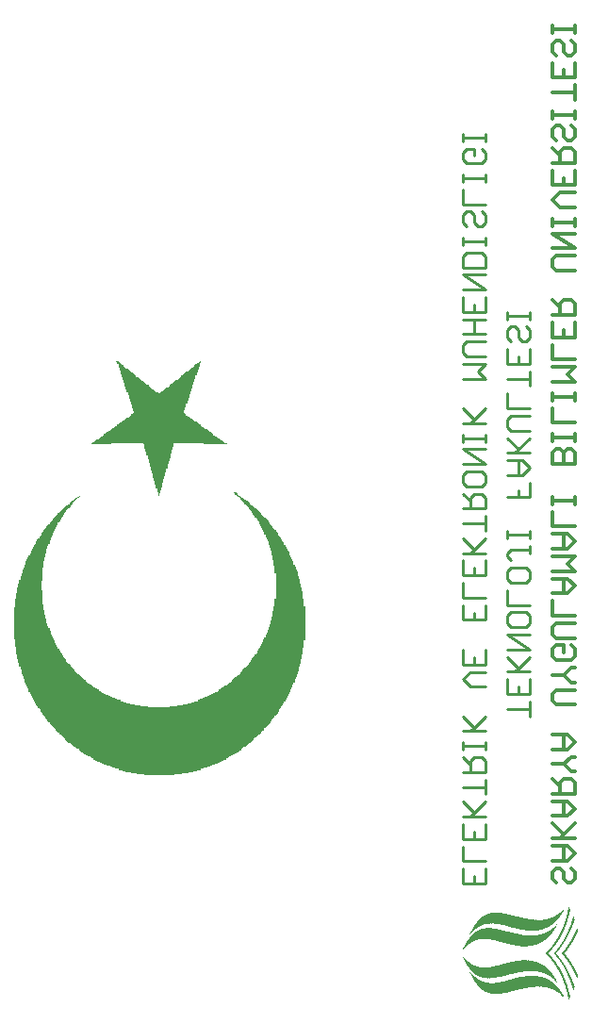
<source format=gbo>
G04*
G04 #@! TF.GenerationSoftware,Altium Limited,Altium Designer,20.0.10 (225)*
G04*
G04 Layer_Color=32896*
%FSLAX25Y25*%
%MOIN*%
G70*
G01*
G75*
%ADD12C,0.01000*%
%ADD29C,0.01181*%
G36*
X148465Y240006D02*
X148096D01*
Y238900D01*
X147727D01*
Y237794D01*
X147359D01*
Y236688D01*
X146990D01*
Y235582D01*
X146621D01*
Y234476D01*
X146252D01*
Y233369D01*
X145884D01*
Y232263D01*
X145515D01*
Y231157D01*
X145146D01*
Y230051D01*
X144778D01*
Y228945D01*
X144409D01*
Y227839D01*
X144040D01*
Y226733D01*
X143671D01*
Y225627D01*
X143303D01*
Y224520D01*
X142934D01*
Y223414D01*
X142565D01*
Y222308D01*
X142934D01*
Y221940D01*
X143303D01*
Y221571D01*
X143671D01*
Y221202D01*
X144409D01*
Y220833D01*
X144778D01*
Y220465D01*
X145515D01*
Y220096D01*
X145884D01*
Y219727D01*
X146252D01*
Y219359D01*
X146990D01*
Y218990D01*
X147359D01*
Y218621D01*
X147727D01*
Y218252D01*
X148465D01*
Y217884D01*
X148833D01*
Y217515D01*
X149571D01*
Y217146D01*
X149939D01*
Y216778D01*
X150677D01*
Y216409D01*
X151046D01*
Y216040D01*
X151414D01*
Y215671D01*
X152152D01*
Y215303D01*
X152521D01*
Y214934D01*
X152889D01*
Y214565D01*
X153627D01*
Y214197D01*
X153995D01*
Y213828D01*
X154364D01*
Y213459D01*
X155101D01*
Y213090D01*
X155470D01*
Y212722D01*
X156208D01*
Y212353D01*
X156576D01*
Y211984D01*
X156945D01*
Y211616D01*
X157682D01*
Y211247D01*
X149571D01*
Y211616D01*
X138878D01*
Y210510D01*
X138509D01*
Y209403D01*
X138141D01*
Y207929D01*
X137772D01*
Y206454D01*
X137403D01*
Y205348D01*
X137035D01*
Y204241D01*
X136666D01*
Y202767D01*
X136297D01*
Y201292D01*
X135928D01*
Y200186D01*
X135560D01*
Y199080D01*
X135191D01*
Y197605D01*
X134822D01*
Y196130D01*
X134454D01*
Y195024D01*
X134085D01*
Y193918D01*
X133716D01*
Y193180D01*
X133347D01*
Y194286D01*
X132979D01*
Y195761D01*
X132610D01*
Y197236D01*
X132241D01*
Y198342D01*
X131873D01*
Y199448D01*
X131504D01*
Y200923D01*
X131135D01*
Y202029D01*
X130766D01*
Y203504D01*
X130398D01*
Y204610D01*
X130029D01*
Y206085D01*
X129660D01*
Y207560D01*
X129292D01*
Y208666D01*
X128923D01*
Y209772D01*
X128554D01*
Y211247D01*
X128185D01*
Y211616D01*
X116755D01*
Y211247D01*
X109750D01*
Y211616D01*
X110119D01*
Y211984D01*
X110856D01*
Y212353D01*
X111225D01*
Y212722D01*
X111594D01*
Y213090D01*
X112331D01*
Y213459D01*
X112700D01*
Y213828D01*
X113068D01*
Y214197D01*
X113806D01*
Y214565D01*
X114175D01*
Y214934D01*
X114912D01*
Y215303D01*
X115281D01*
Y215671D01*
X115649D01*
Y216040D01*
X116387D01*
Y216409D01*
X116755D01*
Y216778D01*
X117124D01*
Y217146D01*
X117862D01*
Y217515D01*
X118230D01*
Y217884D01*
X118968D01*
Y218252D01*
X119336D01*
Y218621D01*
X119705D01*
Y218990D01*
X120443D01*
Y219359D01*
X120811D01*
Y219727D01*
X121549D01*
Y220096D01*
X121917D01*
Y220465D01*
X122286D01*
Y220833D01*
X123024D01*
Y221202D01*
X123392D01*
Y221571D01*
X123761D01*
Y221940D01*
X124498D01*
Y222308D01*
X124867D01*
Y223046D01*
X124498D01*
Y224152D01*
X124130D01*
Y225258D01*
X123761D01*
Y226364D01*
X123392D01*
Y227470D01*
X123024D01*
Y228576D01*
X122655D01*
Y229682D01*
X122286D01*
Y230789D01*
X121917D01*
Y231895D01*
X121549D01*
Y233001D01*
X121180D01*
Y234107D01*
X120811D01*
Y235213D01*
X120443D01*
Y235951D01*
X120074D01*
Y237425D01*
X119705D01*
Y238531D01*
X119336D01*
Y239638D01*
X118968D01*
Y240375D01*
X118599D01*
Y240744D01*
X119336D01*
Y240375D01*
X119705D01*
Y240006D01*
X120074D01*
Y239638D01*
X120443D01*
Y239269D01*
X121180D01*
Y238900D01*
X121549D01*
Y238531D01*
X121917D01*
Y238163D01*
X122655D01*
Y237794D01*
X123024D01*
Y237425D01*
X123392D01*
Y237057D01*
X123761D01*
Y236688D01*
X124498D01*
Y236319D01*
X124867D01*
Y235951D01*
X125236D01*
Y235582D01*
X125605D01*
Y235213D01*
X126342D01*
Y234844D01*
X126711D01*
Y234476D01*
X127079D01*
Y234107D01*
X127448D01*
Y233738D01*
X128185D01*
Y233369D01*
X128554D01*
Y233001D01*
X128923D01*
Y232632D01*
X129292D01*
Y232263D01*
X130029D01*
Y231895D01*
X130398D01*
Y231526D01*
X130766D01*
Y231157D01*
X131135D01*
Y230789D01*
X131873D01*
Y230420D01*
X132241D01*
Y230051D01*
X132610D01*
Y229682D01*
X133347D01*
Y229314D01*
X134085D01*
Y229682D01*
X134454D01*
Y230051D01*
X135191D01*
Y230420D01*
X135560D01*
Y230789D01*
X135928D01*
Y231157D01*
X136297D01*
Y231526D01*
X137035D01*
Y231895D01*
X137403D01*
Y232263D01*
X137772D01*
Y232632D01*
X138509D01*
Y233001D01*
X138878D01*
Y233369D01*
X139247D01*
Y233738D01*
X139616D01*
Y234107D01*
X140353D01*
Y234476D01*
X140722D01*
Y234844D01*
X141090D01*
Y235213D01*
X141459D01*
Y235582D01*
X142197D01*
Y235951D01*
X142565D01*
Y236319D01*
X142934D01*
Y236688D01*
X143303D01*
Y237057D01*
X144040D01*
Y237425D01*
X144409D01*
Y237794D01*
X144778D01*
Y238163D01*
X145146D01*
Y238531D01*
X145884D01*
Y238900D01*
X146252D01*
Y239269D01*
X146621D01*
Y239638D01*
X146990D01*
Y240006D01*
X147727D01*
Y240375D01*
X148096D01*
Y240744D01*
X148465D01*
Y240006D01*
D02*
G37*
G36*
X105694Y192812D02*
X105325D01*
Y193180D01*
X105694D01*
Y192812D01*
D02*
G37*
G36*
X105325Y192443D02*
X104957D01*
Y192812D01*
X105325D01*
Y192443D01*
D02*
G37*
G36*
X161001Y193918D02*
X161370D01*
Y193549D01*
X161738D01*
Y193180D01*
X162476D01*
Y192812D01*
X162844D01*
Y192443D01*
X163582D01*
Y192074D01*
X163950D01*
Y191705D01*
X164319D01*
Y191337D01*
X165057D01*
Y190968D01*
X165425D01*
Y190599D01*
X165794D01*
Y190231D01*
X166163D01*
Y189862D01*
X166900D01*
Y189493D01*
X167269D01*
Y189124D01*
X167638D01*
Y188756D01*
X168006D01*
Y188387D01*
X168375D01*
Y188018D01*
X168744D01*
Y187650D01*
X169112D01*
Y187281D01*
X169481D01*
Y186912D01*
X169850D01*
Y186543D01*
X170219D01*
Y186175D01*
X170587D01*
Y185806D01*
X170956D01*
Y185437D01*
X171325D01*
Y185069D01*
X171693D01*
Y184700D01*
X172062D01*
Y184331D01*
X172431D01*
Y183594D01*
X172799D01*
Y183225D01*
X173168D01*
Y182856D01*
X173537D01*
Y182488D01*
X173906D01*
Y181750D01*
X174274D01*
Y181381D01*
X174643D01*
Y181013D01*
X175012D01*
Y180275D01*
X175380D01*
Y179907D01*
X175749D01*
Y179169D01*
X176118D01*
Y178800D01*
X176487D01*
Y178432D01*
X176855D01*
Y177694D01*
X177224D01*
Y176957D01*
X177593D01*
Y176588D01*
X177961D01*
Y175851D01*
X178330D01*
Y175113D01*
X178699D01*
Y174376D01*
X179068D01*
Y173638D01*
X179436D01*
Y173270D01*
X179805D01*
Y172164D01*
X180174D01*
Y171426D01*
X180542D01*
Y170689D01*
X180911D01*
Y169951D01*
X181280D01*
Y168845D01*
X181649D01*
Y168108D01*
X182017D01*
Y167002D01*
X182386D01*
Y166264D01*
X182755D01*
Y164789D01*
X183123D01*
Y163683D01*
X183492D01*
Y162208D01*
X183861D01*
Y160734D01*
X184230D01*
Y159259D01*
X184598D01*
Y156678D01*
X184967D01*
Y154097D01*
X185336D01*
Y141929D01*
X184967D01*
Y139349D01*
X184598D01*
Y137136D01*
X184230D01*
Y135293D01*
X183861D01*
Y133818D01*
X183492D01*
Y132712D01*
X183123D01*
Y131237D01*
X182755D01*
Y130131D01*
X182386D01*
Y129025D01*
X182017D01*
Y128287D01*
X181649D01*
Y127181D01*
X181280D01*
Y126444D01*
X180911D01*
Y125338D01*
X180542D01*
Y124600D01*
X180174D01*
Y123863D01*
X179805D01*
Y123125D01*
X179436D01*
Y122388D01*
X179068D01*
Y121651D01*
X178699D01*
Y120913D01*
X178330D01*
Y120544D01*
X177961D01*
Y119807D01*
X177593D01*
Y119070D01*
X177224D01*
Y118701D01*
X176855D01*
Y117963D01*
X176487D01*
Y117595D01*
X176118D01*
Y116857D01*
X175749D01*
Y116120D01*
X175380D01*
Y115751D01*
X175012D01*
Y115382D01*
X174643D01*
Y114645D01*
X174274D01*
Y114276D01*
X173906D01*
Y113908D01*
X173537D01*
Y113539D01*
X173168D01*
Y112801D01*
X172799D01*
Y112433D01*
X172431D01*
Y112064D01*
X172062D01*
Y111695D01*
X171693D01*
Y111327D01*
X171325D01*
Y110958D01*
X170956D01*
Y110220D01*
X170219D01*
Y109852D01*
X169850D01*
Y109114D01*
X169481D01*
Y108746D01*
X168744D01*
Y108377D01*
X168375D01*
Y108008D01*
X168006D01*
Y107639D01*
X167638D01*
Y107271D01*
X167269D01*
Y106902D01*
X166900D01*
Y106533D01*
X166531D01*
Y106165D01*
X166163D01*
Y105796D01*
X165425D01*
Y105427D01*
X165057D01*
Y105059D01*
X164688D01*
Y104690D01*
X164319D01*
Y104321D01*
X163582D01*
Y103952D01*
X163213D01*
Y103584D01*
X162844D01*
Y103215D01*
X162107D01*
Y102846D01*
X161738D01*
Y102478D01*
X161001D01*
Y102109D01*
X160632D01*
Y101740D01*
X159895D01*
Y101371D01*
X159157D01*
Y101003D01*
X158420D01*
Y100634D01*
X158051D01*
Y100265D01*
X157314D01*
Y99897D01*
X156576D01*
Y99528D01*
X155839D01*
Y99159D01*
X155101D01*
Y98790D01*
X154364D01*
Y98422D01*
X153627D01*
Y98053D01*
X152521D01*
Y97684D01*
X151783D01*
Y97316D01*
X150677D01*
Y96947D01*
X149571D01*
Y96578D01*
X148465D01*
Y96210D01*
X146990D01*
Y95841D01*
X145884D01*
Y95472D01*
X144040D01*
Y95103D01*
X141828D01*
Y94735D01*
X139247D01*
Y94366D01*
X128554D01*
Y94735D01*
X125973D01*
Y95103D01*
X123761D01*
Y95472D01*
X121917D01*
Y95841D01*
X120811D01*
Y96210D01*
X119336D01*
Y96578D01*
X118230D01*
Y96947D01*
X117124D01*
Y97316D01*
X116387D01*
Y97684D01*
X115281D01*
Y98053D01*
X114175D01*
Y98422D01*
X113437D01*
Y98790D01*
X112700D01*
Y99159D01*
X111962D01*
Y99528D01*
X111225D01*
Y99897D01*
X110487D01*
Y100265D01*
X109750D01*
Y100634D01*
X109381D01*
Y101003D01*
X108644D01*
Y101371D01*
X107906D01*
Y101740D01*
X107169D01*
Y102109D01*
X106800D01*
Y102478D01*
X106063D01*
Y102846D01*
X105694D01*
Y103215D01*
X105325D01*
Y103584D01*
X104588D01*
Y103952D01*
X104219D01*
Y104321D01*
X103482D01*
Y104690D01*
X103113D01*
Y105059D01*
X102745D01*
Y105427D01*
X102376D01*
Y105796D01*
X101638D01*
Y106165D01*
X101270D01*
Y106533D01*
X100901D01*
Y106902D01*
X100532D01*
Y107271D01*
X100163D01*
Y107639D01*
X99795D01*
Y108008D01*
X99426D01*
Y108377D01*
X99058D01*
Y108746D01*
X98320D01*
Y109483D01*
X97951D01*
Y109852D01*
X97583D01*
Y110220D01*
X97214D01*
Y110589D01*
X96845D01*
Y110958D01*
X96477D01*
Y111327D01*
X96108D01*
Y111695D01*
X95739D01*
Y112064D01*
X95370D01*
Y112433D01*
X95002D01*
Y113170D01*
X94633D01*
Y113539D01*
X94264D01*
Y113908D01*
X93896D01*
Y114276D01*
X93527D01*
Y115014D01*
X93158D01*
Y115382D01*
X92789D01*
Y115751D01*
X92421D01*
Y116489D01*
X92052D01*
Y116857D01*
X91683D01*
Y117595D01*
X91315D01*
Y117963D01*
X90946D01*
Y118701D01*
X90577D01*
Y119070D01*
X90208D01*
Y119807D01*
X89840D01*
Y120544D01*
X89471D01*
Y120913D01*
X89102D01*
Y121651D01*
X88734D01*
Y122388D01*
X88365D01*
Y123125D01*
X87996D01*
Y123863D01*
X87628D01*
Y124969D01*
X87259D01*
Y125706D01*
X86890D01*
Y126444D01*
X86521D01*
Y127181D01*
X86153D01*
Y128287D01*
X85784D01*
Y129393D01*
X85415D01*
Y130131D01*
X85046D01*
Y131606D01*
X84678D01*
Y132712D01*
X84309D01*
Y134187D01*
X83940D01*
Y135293D01*
X83572D01*
Y137136D01*
X83203D01*
Y139717D01*
X82834D01*
Y142298D01*
X82465D01*
Y153728D01*
X82834D01*
Y156678D01*
X83203D01*
Y158890D01*
X83572D01*
Y160734D01*
X83940D01*
Y162208D01*
X84309D01*
Y163315D01*
X84678D01*
Y164789D01*
X85046D01*
Y165896D01*
X85415D01*
Y167002D01*
X85784D01*
Y167739D01*
X86153D01*
Y168845D01*
X86521D01*
Y169951D01*
X86890D01*
Y170689D01*
X87259D01*
Y171426D01*
X87628D01*
Y172164D01*
X87996D01*
Y172901D01*
X88365D01*
Y173638D01*
X88734D01*
Y174376D01*
X89102D01*
Y175113D01*
X89471D01*
Y175851D01*
X89840D01*
Y176219D01*
X90208D01*
Y176957D01*
X90577D01*
Y177694D01*
X90946D01*
Y178063D01*
X91315D01*
Y178800D01*
X91683D01*
Y179169D01*
X92052D01*
Y179907D01*
X92421D01*
Y180275D01*
X92789D01*
Y181013D01*
X93158D01*
Y181381D01*
X93527D01*
Y181750D01*
X93896D01*
Y182488D01*
X94264D01*
Y182856D01*
X94633D01*
Y183225D01*
X95002D01*
Y183594D01*
X95370D01*
Y183962D01*
X95739D01*
Y184331D01*
X96108D01*
Y185069D01*
X96477D01*
Y185437D01*
X96845D01*
Y185806D01*
X97214D01*
Y186175D01*
X97583D01*
Y186543D01*
X97951D01*
Y186912D01*
X98320D01*
Y187281D01*
X98689D01*
Y187650D01*
X99058D01*
Y188018D01*
X99426D01*
Y188387D01*
X99795D01*
Y188756D01*
X100163D01*
Y189124D01*
X100532D01*
Y189493D01*
X100901D01*
Y189862D01*
X101638D01*
Y190231D01*
X102007D01*
Y190599D01*
X102376D01*
Y190968D01*
X102745D01*
Y191337D01*
X103482D01*
Y191705D01*
X103851D01*
Y192074D01*
X104219D01*
Y192443D01*
X104957D01*
Y192074D01*
X104588D01*
Y191705D01*
X104219D01*
Y191337D01*
X103851D01*
Y190968D01*
X103482D01*
Y190599D01*
X103113D01*
Y190231D01*
X102745D01*
Y189862D01*
X102376D01*
Y189124D01*
X102007D01*
Y188756D01*
X101638D01*
Y188387D01*
X101270D01*
Y188018D01*
X100901D01*
Y187281D01*
X100532D01*
Y186912D01*
X100163D01*
Y186543D01*
X99795D01*
Y185806D01*
X99426D01*
Y185437D01*
X99058D01*
Y184700D01*
X98689D01*
Y183962D01*
X98320D01*
Y183594D01*
X97951D01*
Y182856D01*
X97583D01*
Y182119D01*
X97214D01*
Y181381D01*
X96845D01*
Y180644D01*
X96477D01*
Y179907D01*
X96108D01*
Y179169D01*
X95739D01*
Y178432D01*
X95370D01*
Y177326D01*
X95002D01*
Y176219D01*
X94633D01*
Y175482D01*
X94264D01*
Y174376D01*
X93896D01*
Y172901D01*
X93527D01*
Y171426D01*
X93158D01*
Y169951D01*
X92789D01*
Y167739D01*
X92421D01*
Y162946D01*
X92052D01*
Y159627D01*
X92421D01*
Y154834D01*
X92789D01*
Y152622D01*
X93158D01*
Y151147D01*
X93527D01*
Y149672D01*
X93896D01*
Y148198D01*
X94264D01*
Y147091D01*
X94633D01*
Y146354D01*
X95002D01*
Y145248D01*
X95370D01*
Y144142D01*
X95739D01*
Y143404D01*
X96108D01*
Y142667D01*
X96477D01*
Y141929D01*
X96845D01*
Y141192D01*
X97214D01*
Y140455D01*
X97583D01*
Y139717D01*
X97951D01*
Y138980D01*
X98320D01*
Y138242D01*
X98689D01*
Y137874D01*
X99058D01*
Y137505D01*
X99426D01*
Y136768D01*
X99795D01*
Y136030D01*
X100163D01*
Y135661D01*
X100532D01*
Y135293D01*
X100901D01*
Y134555D01*
X101270D01*
Y134187D01*
X101638D01*
Y133818D01*
X102007D01*
Y133449D01*
X102376D01*
Y132712D01*
X102745D01*
Y132343D01*
X103113D01*
Y131974D01*
X103482D01*
Y131606D01*
X103851D01*
Y131237D01*
X104219D01*
Y130868D01*
X104588D01*
Y130499D01*
X104957D01*
Y130131D01*
X105325D01*
Y129762D01*
X105694D01*
Y129393D01*
X106063D01*
Y129025D01*
X106432D01*
Y128656D01*
X106800D01*
Y128287D01*
X107169D01*
Y127919D01*
X107906D01*
Y127550D01*
X108275D01*
Y127181D01*
X108644D01*
Y126812D01*
X109013D01*
Y126444D01*
X109750D01*
Y126075D01*
X110119D01*
Y125706D01*
X110487D01*
Y125338D01*
X111225D01*
Y124969D01*
X111962D01*
Y124600D01*
X112331D01*
Y124231D01*
X113068D01*
Y123863D01*
X113437D01*
Y123494D01*
X114175D01*
Y123125D01*
X114912D01*
Y122757D01*
X115649D01*
Y122388D01*
X116387D01*
Y122019D01*
X117124D01*
Y121651D01*
X118230D01*
Y121282D01*
X118968D01*
Y120913D01*
X120074D01*
Y120544D01*
X121180D01*
Y120176D01*
X122286D01*
Y119807D01*
X123392D01*
Y119438D01*
X125236D01*
Y119070D01*
X127079D01*
Y118701D01*
X129660D01*
Y118332D01*
X137403D01*
Y118701D01*
X139984D01*
Y119070D01*
X142197D01*
Y119438D01*
X143671D01*
Y119807D01*
X145146D01*
Y120176D01*
X146252D01*
Y120544D01*
X147359D01*
Y120913D01*
X148096D01*
Y121282D01*
X149202D01*
Y121651D01*
X149939D01*
Y122019D01*
X150677D01*
Y122388D01*
X151414D01*
Y122757D01*
X152152D01*
Y123125D01*
X152889D01*
Y123494D01*
X153627D01*
Y123863D01*
X154364D01*
Y124231D01*
X154733D01*
Y124600D01*
X155470D01*
Y124969D01*
X155839D01*
Y125338D01*
X156576D01*
Y125706D01*
X156945D01*
Y126075D01*
X157682D01*
Y126444D01*
X158051D01*
Y126812D01*
X158420D01*
Y127181D01*
X159157D01*
Y127550D01*
X159526D01*
Y127919D01*
X159895D01*
Y128287D01*
X160263D01*
Y128656D01*
X160632D01*
Y129025D01*
X161001D01*
Y129393D01*
X161370D01*
Y129762D01*
X162107D01*
Y130131D01*
X162476D01*
Y130868D01*
X162844D01*
Y131237D01*
X163213D01*
Y131606D01*
X163582D01*
Y131974D01*
X163950D01*
Y132343D01*
X164319D01*
Y132712D01*
X164688D01*
Y133080D01*
X165057D01*
Y133449D01*
X165425D01*
Y134187D01*
X165794D01*
Y134555D01*
X166163D01*
Y134924D01*
X166531D01*
Y135661D01*
X166900D01*
Y136030D01*
X167269D01*
Y136399D01*
X167638D01*
Y137136D01*
X168006D01*
Y137505D01*
X168375D01*
Y138242D01*
X168744D01*
Y138980D01*
X169112D01*
Y139349D01*
X169481D01*
Y140086D01*
X169850D01*
Y140823D01*
X170219D01*
Y141561D01*
X170587D01*
Y142298D01*
X170956D01*
Y143036D01*
X171325D01*
Y144142D01*
X171693D01*
Y144879D01*
X172062D01*
Y145617D01*
X172431D01*
Y146723D01*
X172799D01*
Y147829D01*
X173168D01*
Y148935D01*
X173537D01*
Y150410D01*
X173906D01*
Y152253D01*
X174274D01*
Y154097D01*
X174643D01*
Y156678D01*
X175012D01*
Y165896D01*
X174643D01*
Y168477D01*
X174274D01*
Y170320D01*
X173906D01*
Y172164D01*
X173537D01*
Y173638D01*
X173168D01*
Y174745D01*
X172799D01*
Y175851D01*
X172431D01*
Y176957D01*
X172062D01*
Y177694D01*
X171693D01*
Y178432D01*
X171325D01*
Y179538D01*
X170956D01*
Y180275D01*
X170587D01*
Y181013D01*
X170219D01*
Y181750D01*
X169850D01*
Y182488D01*
X169481D01*
Y183225D01*
X169112D01*
Y183962D01*
X168744D01*
Y184331D01*
X168375D01*
Y185069D01*
X168006D01*
Y185437D01*
X167638D01*
Y186175D01*
X167269D01*
Y186543D01*
X166900D01*
Y186912D01*
X166531D01*
Y187650D01*
X166163D01*
Y188018D01*
X165794D01*
Y188387D01*
X165425D01*
Y189124D01*
X165057D01*
Y189493D01*
X164688D01*
Y189862D01*
X164319D01*
Y190231D01*
X163950D01*
Y190599D01*
X163582D01*
Y190968D01*
X163213D01*
Y191337D01*
X162844D01*
Y191705D01*
X162476D01*
Y192443D01*
X162107D01*
Y192812D01*
X161370D01*
Y193180D01*
X161001D01*
Y193549D01*
X160632D01*
Y193918D01*
X160263D01*
Y194286D01*
X161001D01*
Y193918D01*
D02*
G37*
G36*
X277227Y47356D02*
X277163D01*
Y47483D01*
X277227D01*
Y47356D01*
D02*
G37*
G36*
X277163Y47229D02*
X277100D01*
Y47102D01*
X277036D01*
Y46975D01*
X276973D01*
Y46848D01*
X276909D01*
Y46721D01*
X276846D01*
Y46594D01*
X276782D01*
Y46467D01*
X276719D01*
Y46340D01*
X276655D01*
Y46213D01*
X276592D01*
Y46086D01*
X276528D01*
Y46022D01*
X276465D01*
Y45895D01*
X276401D01*
Y45768D01*
X276338D01*
Y45641D01*
X276274D01*
Y45578D01*
X276210D01*
Y45451D01*
X276147D01*
Y45324D01*
X276083D01*
Y45260D01*
X276020D01*
Y45133D01*
X275957D01*
Y45006D01*
X275893D01*
Y44943D01*
X275830D01*
Y44879D01*
X275766D01*
Y44752D01*
X275703D01*
Y44689D01*
X275639D01*
Y44562D01*
X275575D01*
Y44498D01*
X275512D01*
Y44371D01*
X275448D01*
Y44308D01*
X275385D01*
Y44244D01*
X275321D01*
Y44117D01*
X275258D01*
Y44054D01*
X275194D01*
Y43990D01*
X275131D01*
Y43863D01*
X275067D01*
Y43800D01*
X275004D01*
Y43736D01*
X274940D01*
Y43673D01*
X274877D01*
Y43609D01*
X274813D01*
Y43482D01*
X274750D01*
Y43419D01*
X274686D01*
Y43355D01*
X274623D01*
Y43228D01*
X274496D01*
Y43101D01*
X274369D01*
Y42974D01*
X274305D01*
Y42911D01*
X274242D01*
Y42847D01*
X274178D01*
Y42784D01*
X274115D01*
Y42720D01*
X274051D01*
Y42656D01*
X273988D01*
Y42593D01*
X273924D01*
Y42529D01*
X273861D01*
Y42402D01*
X273670D01*
Y42276D01*
X273543D01*
Y42212D01*
X273480D01*
Y42149D01*
X273416D01*
Y42085D01*
X273353D01*
Y42022D01*
X273289D01*
Y41958D01*
X273226D01*
Y41895D01*
X273099D01*
Y41831D01*
X273035D01*
Y41767D01*
X272972D01*
Y41704D01*
X272908D01*
Y41640D01*
X272781D01*
Y41577D01*
X272718D01*
Y41513D01*
X272654D01*
Y41450D01*
X272527D01*
Y41386D01*
X272464D01*
Y41323D01*
X272337D01*
Y41259D01*
X272273D01*
Y41196D01*
X272210D01*
Y41132D01*
X272082D01*
Y41069D01*
X271955D01*
Y41005D01*
X271829D01*
Y40942D01*
X271765D01*
Y40878D01*
X271638D01*
Y40815D01*
X271511D01*
Y40751D01*
X271384D01*
Y40688D01*
X271257D01*
Y40624D01*
X271193D01*
Y40561D01*
X271003D01*
Y40497D01*
X270939D01*
Y40434D01*
X270749D01*
Y40370D01*
X270622D01*
Y40307D01*
X270495D01*
Y40243D01*
X270304D01*
Y40180D01*
X270114D01*
Y40116D01*
X269987D01*
Y40053D01*
X269796D01*
Y39989D01*
X269606D01*
Y39926D01*
X269352D01*
Y39862D01*
X269161D01*
Y39799D01*
X268907D01*
Y39735D01*
X268653D01*
Y39672D01*
X268399D01*
Y39608D01*
X268018D01*
Y39545D01*
X267573D01*
Y39481D01*
X267256D01*
Y39418D01*
X267192D01*
Y39481D01*
X267129D01*
Y39418D01*
X267065D01*
Y39481D01*
X266938D01*
Y39418D01*
X266811D01*
Y39354D01*
X266748D01*
Y39418D01*
X266621D01*
Y39354D01*
X266557D01*
Y39418D01*
X266430D01*
Y39354D01*
X266367D01*
Y39291D01*
X266303D01*
Y39354D01*
X266240D01*
Y39418D01*
X266049D01*
Y39354D01*
X265986D01*
Y39291D01*
X265922D01*
Y39354D01*
X265859D01*
Y39291D01*
X265795D01*
Y39354D01*
X265732D01*
Y39291D01*
X265668D01*
Y39354D01*
X265605D01*
Y39291D01*
X265541D01*
Y39354D01*
X265478D01*
Y39291D01*
X265414D01*
Y39354D01*
X265351D01*
Y39291D01*
X265287D01*
Y39354D01*
X265224D01*
Y39418D01*
X264970D01*
Y39354D01*
X264843D01*
Y39418D01*
X264652D01*
Y39354D01*
X264525D01*
Y39418D01*
X264462D01*
Y39354D01*
X264398D01*
Y39418D01*
X264208D01*
Y39481D01*
X264081D01*
Y39418D01*
X264017D01*
Y39481D01*
X263953D01*
Y39418D01*
X263890D01*
Y39481D01*
X263509D01*
Y39545D01*
X263001D01*
Y39608D01*
X262493D01*
Y39672D01*
X262112D01*
Y39735D01*
X261794D01*
Y39799D01*
X261477D01*
Y39862D01*
X261159D01*
Y39926D01*
X260842D01*
Y39989D01*
X260588D01*
Y40053D01*
X260270D01*
Y40116D01*
X260080D01*
Y40180D01*
X259825D01*
Y40243D01*
X259508D01*
Y40307D01*
X259317D01*
Y40370D01*
X259063D01*
Y40434D01*
X258809D01*
Y40497D01*
X258555D01*
Y40561D01*
X258238D01*
Y40624D01*
X258047D01*
Y40688D01*
X257857D01*
Y40751D01*
X257603D01*
Y40815D01*
X257349D01*
Y40878D01*
X257095D01*
Y40942D01*
X256968D01*
Y41005D01*
X256714D01*
Y41069D01*
X256460D01*
Y41132D01*
X256206D01*
Y41196D01*
X256015D01*
Y41259D01*
X255697D01*
Y41323D01*
X255507D01*
Y41386D01*
X255189D01*
Y41450D01*
X254935D01*
Y41513D01*
X254618D01*
Y41577D01*
X254364D01*
Y41640D01*
X254046D01*
Y41704D01*
X253729D01*
Y41767D01*
X253284D01*
Y41831D01*
X252776D01*
Y41895D01*
X252713D01*
Y41831D01*
X252649D01*
Y41895D01*
X252395D01*
Y41958D01*
X252332D01*
Y41895D01*
X252268D01*
Y41831D01*
X252205D01*
Y41958D01*
X252141D01*
Y41895D01*
X252014D01*
Y41958D01*
X251887D01*
Y41895D01*
X251760D01*
Y41958D01*
X251315D01*
Y41895D01*
X251252D01*
Y41958D01*
X250934D01*
Y41895D01*
X250807D01*
Y41958D01*
X250680D01*
Y41895D01*
X250553D01*
Y41958D01*
X250490D01*
Y41895D01*
X249982D01*
Y41831D01*
X249537D01*
Y41767D01*
X249220D01*
Y41704D01*
X249029D01*
Y41640D01*
X248775D01*
Y41577D01*
X248585D01*
Y41513D01*
X248394D01*
Y41450D01*
X248204D01*
Y41386D01*
X248077D01*
Y41323D01*
X247886D01*
Y41259D01*
X247759D01*
Y41196D01*
X247632D01*
Y41132D01*
X247505D01*
Y41069D01*
X247378D01*
Y41005D01*
X247251D01*
Y40942D01*
X247124D01*
Y40878D01*
X246997D01*
Y40815D01*
X246870D01*
Y40751D01*
X246806D01*
Y40688D01*
X246679D01*
Y40624D01*
X246616D01*
Y40561D01*
X246489D01*
Y40497D01*
X246362D01*
Y40434D01*
X246298D01*
Y40370D01*
X246171D01*
Y40307D01*
X246108D01*
Y40243D01*
X246044D01*
Y40180D01*
X245981D01*
Y40116D01*
X245854D01*
Y40053D01*
X245790D01*
Y39989D01*
X245727D01*
Y39926D01*
X245600D01*
Y39862D01*
X245536D01*
Y39799D01*
X245473D01*
Y39735D01*
X245409D01*
Y39672D01*
X245346D01*
Y39608D01*
X245219D01*
Y39545D01*
X245155D01*
Y39481D01*
X245092D01*
Y39418D01*
X245028D01*
Y39354D01*
X244965D01*
Y39291D01*
X244901D01*
Y39227D01*
X244838D01*
Y39164D01*
X244774D01*
Y39100D01*
X244711D01*
Y38973D01*
X244647D01*
Y38910D01*
X244584D01*
Y38846D01*
X244520D01*
Y38783D01*
X244393D01*
Y38719D01*
X244330D01*
Y38655D01*
X244266D01*
Y38592D01*
X244203D01*
Y38465D01*
X244076D01*
Y38401D01*
X244012D01*
Y38338D01*
X243949D01*
Y38274D01*
X243885D01*
Y38211D01*
X243822D01*
Y38084D01*
X243694D01*
Y37957D01*
X243631D01*
Y37894D01*
X243567D01*
Y37830D01*
X243504D01*
Y37766D01*
X243441D01*
Y37894D01*
X243504D01*
Y38021D01*
X243567D01*
Y38148D01*
X243631D01*
Y38274D01*
X243694D01*
Y38401D01*
X243758D01*
Y38528D01*
X243822D01*
Y38655D01*
X243885D01*
Y38783D01*
X243949D01*
Y38910D01*
X244012D01*
Y39037D01*
X244076D01*
Y39164D01*
X244139D01*
Y39291D01*
X244203D01*
Y39418D01*
X244266D01*
Y39545D01*
X244330D01*
Y39672D01*
X244393D01*
Y39799D01*
X244457D01*
Y39862D01*
X244520D01*
Y39989D01*
X244584D01*
Y40116D01*
X244647D01*
Y40243D01*
X244711D01*
Y40370D01*
X244774D01*
Y40434D01*
X244838D01*
Y40561D01*
X244901D01*
Y40688D01*
X244965D01*
Y40751D01*
X245028D01*
Y40878D01*
X245092D01*
Y40942D01*
X245155D01*
Y41069D01*
X245219D01*
Y41196D01*
X245282D01*
Y41259D01*
X245346D01*
Y41386D01*
X245409D01*
Y41450D01*
X245473D01*
Y41577D01*
X245536D01*
Y41640D01*
X245600D01*
Y41767D01*
X245663D01*
Y41831D01*
X245727D01*
Y41895D01*
X245790D01*
Y42022D01*
X245854D01*
Y42085D01*
X245917D01*
Y42149D01*
X245981D01*
Y42276D01*
X246044D01*
Y42339D01*
X246108D01*
Y42402D01*
X246171D01*
Y42529D01*
X246235D01*
Y42593D01*
X246298D01*
Y42656D01*
X246362D01*
Y42720D01*
X246425D01*
Y42847D01*
X246489D01*
Y42911D01*
X246552D01*
Y42974D01*
X246616D01*
Y43038D01*
X246679D01*
Y43101D01*
X246743D01*
Y43228D01*
X246870D01*
Y43292D01*
X246933D01*
Y43355D01*
X246997D01*
Y43419D01*
X247060D01*
Y43482D01*
X247124D01*
Y43546D01*
X247187D01*
Y43609D01*
X247251D01*
Y43736D01*
X247378D01*
Y43800D01*
X247442D01*
Y43863D01*
X247505D01*
Y43927D01*
X247632D01*
Y43990D01*
X247695D01*
Y44054D01*
X247759D01*
Y44117D01*
X247822D01*
Y44181D01*
X247886D01*
Y44244D01*
X248013D01*
Y44308D01*
X248077D01*
Y44371D01*
X248204D01*
Y44435D01*
X248267D01*
Y44498D01*
X248331D01*
Y44562D01*
X248458D01*
Y44625D01*
X248521D01*
Y44689D01*
X248648D01*
Y44752D01*
X248775D01*
Y44816D01*
X248902D01*
Y44879D01*
X249029D01*
Y44943D01*
X249093D01*
Y45006D01*
X249220D01*
Y45070D01*
X249410D01*
Y45133D01*
X249537D01*
Y45197D01*
X249664D01*
Y45260D01*
X249855D01*
Y45324D01*
X250045D01*
Y45387D01*
X250172D01*
Y45451D01*
X250426D01*
Y45514D01*
X250744D01*
Y45578D01*
X250998D01*
Y45641D01*
X251315D01*
Y45705D01*
X251696D01*
Y45768D01*
X251760D01*
Y45705D01*
X251951D01*
Y45768D01*
X252205D01*
Y45832D01*
X252268D01*
Y45768D01*
X252586D01*
Y45832D01*
X252776D01*
Y45768D01*
X252840D01*
Y45832D01*
X252967D01*
Y45768D01*
X253221D01*
Y45832D01*
X253284D01*
Y45768D01*
X253348D01*
Y45832D01*
X253411D01*
Y45768D01*
X253602D01*
Y45705D01*
X253729D01*
Y45832D01*
X253792D01*
Y45705D01*
X253856D01*
Y45768D01*
X253919D01*
Y45705D01*
X254046D01*
Y45768D01*
X254110D01*
Y45705D01*
X254173D01*
Y45768D01*
X254237D01*
Y45705D01*
X254364D01*
Y45641D01*
X254872D01*
Y45578D01*
X255253D01*
Y45514D01*
X255634D01*
Y45451D01*
X256015D01*
Y45387D01*
X256269D01*
Y45324D01*
X256587D01*
Y45260D01*
X256904D01*
Y45197D01*
X257158D01*
Y45133D01*
X257476D01*
Y45070D01*
X257730D01*
Y45006D01*
X257984D01*
Y44943D01*
X258301D01*
Y44879D01*
X258492D01*
Y44816D01*
X258746D01*
Y44752D01*
X259000D01*
Y44689D01*
X259254D01*
Y44625D01*
X259508D01*
Y44562D01*
X259825D01*
Y44498D01*
X260016D01*
Y44435D01*
X260270D01*
Y44371D01*
X260524D01*
Y44308D01*
X260778D01*
Y44244D01*
X260969D01*
Y44308D01*
X261032D01*
Y44181D01*
X261350D01*
Y44117D01*
X261604D01*
Y44054D01*
X261858D01*
Y43990D01*
X262112D01*
Y43927D01*
X262429D01*
Y43863D01*
X262683D01*
Y43800D01*
X263001D01*
Y43736D01*
X263318D01*
Y43673D01*
X263700D01*
Y43609D01*
X264017D01*
Y43546D01*
X264335D01*
Y43482D01*
X264779D01*
Y43419D01*
X265287D01*
Y43355D01*
X265795D01*
Y43292D01*
X266367D01*
Y43228D01*
X266494D01*
Y43292D01*
X266557D01*
Y43228D01*
X266684D01*
Y43292D01*
X266748D01*
Y43228D01*
X266938D01*
Y43292D01*
X267002D01*
Y43228D01*
X267256D01*
Y43165D01*
X267446D01*
Y43228D01*
X267573D01*
Y43292D01*
X267637D01*
Y43228D01*
X267701D01*
Y43292D01*
X267764D01*
Y43165D01*
X268081D01*
Y43228D01*
X268209D01*
Y43292D01*
X268272D01*
Y43228D01*
X268399D01*
Y43165D01*
X268590D01*
Y43228D01*
X268844D01*
Y43292D01*
X268907D01*
Y43228D01*
X269225D01*
Y43292D01*
X269288D01*
Y43228D01*
X269352D01*
Y43292D01*
X269860D01*
Y43355D01*
X270304D01*
Y43419D01*
X270685D01*
Y43482D01*
X270939D01*
Y43546D01*
X271193D01*
Y43609D01*
X271447D01*
Y43673D01*
X271702D01*
Y43736D01*
X271892D01*
Y43800D01*
X272019D01*
Y43863D01*
X272273D01*
Y43927D01*
X272400D01*
Y43990D01*
X272591D01*
Y44054D01*
X272718D01*
Y44117D01*
X272845D01*
Y44181D01*
X273035D01*
Y44244D01*
X273162D01*
Y44308D01*
X273289D01*
Y44371D01*
X273416D01*
Y44435D01*
X273543D01*
Y44498D01*
X273670D01*
Y44562D01*
X273797D01*
Y44625D01*
X273924D01*
Y44689D01*
X273988D01*
Y44752D01*
X274115D01*
Y44816D01*
X274242D01*
Y44879D01*
X274305D01*
Y44943D01*
X274369D01*
Y45006D01*
X274559D01*
Y45070D01*
X274623D01*
Y45133D01*
X274686D01*
Y45197D01*
X274813D01*
Y45260D01*
X274877D01*
Y45324D01*
X275004D01*
Y45387D01*
X275067D01*
Y45451D01*
X275131D01*
Y45514D01*
X275258D01*
Y45578D01*
X275321D01*
Y45641D01*
X275385D01*
Y45705D01*
X275448D01*
Y45768D01*
X275512D01*
Y45832D01*
X275639D01*
Y45895D01*
X275703D01*
Y45959D01*
X275766D01*
Y46022D01*
X275830D01*
Y46086D01*
X275957D01*
Y46213D01*
X276083D01*
Y46277D01*
X276147D01*
Y46404D01*
X276274D01*
Y46467D01*
X276338D01*
Y46531D01*
X276401D01*
Y46594D01*
X276465D01*
Y46657D01*
X276528D01*
Y46785D01*
X276592D01*
Y46848D01*
X276719D01*
Y46975D01*
X276782D01*
Y47039D01*
X276846D01*
Y47166D01*
X276973D01*
Y47229D01*
X277036D01*
Y47293D01*
X277100D01*
Y47356D01*
X277163D01*
Y47229D01*
D02*
G37*
G36*
X274623Y41767D02*
X274559D01*
Y41640D01*
X274496D01*
Y41513D01*
X274432D01*
Y41386D01*
X274369D01*
Y41259D01*
X274305D01*
Y41132D01*
X274242D01*
Y41069D01*
X274178D01*
Y40878D01*
X274115D01*
Y40815D01*
X274051D01*
Y40688D01*
X273988D01*
Y40561D01*
X273924D01*
Y40434D01*
X273861D01*
Y40307D01*
X273797D01*
Y40180D01*
X273734D01*
Y40116D01*
X273670D01*
Y39989D01*
X273607D01*
Y39862D01*
X273543D01*
Y39799D01*
X273480D01*
Y39672D01*
X273416D01*
Y39608D01*
X273353D01*
Y39481D01*
X273289D01*
Y39418D01*
X273226D01*
Y39291D01*
X273162D01*
Y39227D01*
X273099D01*
Y39100D01*
X273035D01*
Y39037D01*
X272972D01*
Y38910D01*
X272908D01*
Y38846D01*
X272845D01*
Y38783D01*
X272781D01*
Y38655D01*
X272718D01*
Y38592D01*
X272654D01*
Y38528D01*
X272591D01*
Y38401D01*
X272527D01*
Y38338D01*
X272464D01*
Y38274D01*
X272400D01*
Y38211D01*
X272337D01*
Y38148D01*
X272273D01*
Y38021D01*
X272210D01*
Y37957D01*
X272146D01*
Y37894D01*
X272082D01*
Y37766D01*
X271955D01*
Y37639D01*
X271892D01*
Y37576D01*
X271829D01*
Y37512D01*
X271765D01*
Y37449D01*
X271702D01*
Y37258D01*
X271511D01*
Y37195D01*
X271447D01*
Y37004D01*
X271257D01*
Y36941D01*
X271193D01*
Y36877D01*
X271130D01*
Y36814D01*
X271003D01*
Y36687D01*
X270876D01*
Y36560D01*
X270749D01*
Y36496D01*
X270685D01*
Y36433D01*
X270622D01*
Y36369D01*
X270558D01*
Y36306D01*
X270431D01*
Y36242D01*
X270368D01*
Y36179D01*
X270304D01*
Y36115D01*
X270177D01*
Y36052D01*
X270114D01*
Y35988D01*
X270050D01*
Y35925D01*
X269923D01*
Y35861D01*
X269860D01*
Y35798D01*
X269733D01*
Y35734D01*
X269669D01*
Y35671D01*
X269542D01*
Y35607D01*
X269479D01*
Y35544D01*
X269352D01*
Y35480D01*
X269225D01*
Y35417D01*
X269161D01*
Y35353D01*
X269034D01*
Y35290D01*
X268907D01*
Y35226D01*
X268780D01*
Y35163D01*
X268653D01*
Y35099D01*
X268590D01*
Y35036D01*
X268463D01*
Y34972D01*
X268272D01*
Y34909D01*
X268145D01*
Y34845D01*
X268018D01*
Y34782D01*
X267828D01*
Y34718D01*
X267701D01*
Y34655D01*
X267510D01*
Y34591D01*
X267319D01*
Y34528D01*
X267192D01*
Y34464D01*
X267002D01*
Y34400D01*
X266748D01*
Y34337D01*
X266494D01*
Y34273D01*
X266240D01*
Y34210D01*
X265922D01*
Y34146D01*
X265668D01*
Y34083D01*
X265287D01*
Y34020D01*
X264906D01*
Y33956D01*
X264843D01*
Y34020D01*
X264779D01*
Y33956D01*
X264589D01*
Y33893D01*
X264525D01*
Y33956D01*
X264271D01*
Y33893D01*
X264144D01*
Y33956D01*
X264081D01*
Y33829D01*
X264017D01*
Y33893D01*
X263826D01*
Y33829D01*
X263763D01*
Y33893D01*
X263572D01*
Y33829D01*
X263509D01*
Y33893D01*
X263445D01*
Y33829D01*
X263318D01*
Y33893D01*
X262683D01*
Y33829D01*
X262620D01*
Y33893D01*
X262302D01*
Y33829D01*
X262239D01*
Y33893D01*
X262048D01*
Y33829D01*
X261985D01*
Y33893D01*
X261921D01*
Y33956D01*
X261858D01*
Y33893D01*
X261731D01*
Y33956D01*
X261667D01*
Y33893D01*
X261604D01*
Y33956D01*
X261477D01*
Y33893D01*
X261413D01*
Y33956D01*
X261159D01*
Y34020D01*
X261096D01*
Y33956D01*
X261032D01*
Y34020D01*
X260588D01*
Y34083D01*
X260080D01*
Y34146D01*
X259635D01*
Y34210D01*
X259317D01*
Y34273D01*
X259000D01*
Y34337D01*
X258682D01*
Y34400D01*
X258365D01*
Y34464D01*
X258047D01*
Y34528D01*
X257793D01*
Y34591D01*
X257539D01*
Y34655D01*
X257285D01*
Y34718D01*
X257031D01*
Y34782D01*
X256777D01*
Y34845D01*
X256523D01*
Y34909D01*
X256269D01*
Y34972D01*
X256015D01*
Y35036D01*
X255824D01*
Y35099D01*
X255507D01*
Y35163D01*
X255316D01*
Y35226D01*
X255126D01*
Y35290D01*
X254872D01*
Y35353D01*
X254618D01*
Y35417D01*
X254364D01*
Y35480D01*
X254173D01*
Y35544D01*
X253919D01*
Y35607D01*
X253665D01*
Y35671D01*
X253411D01*
Y35734D01*
X253157D01*
Y35798D01*
X252967D01*
Y35861D01*
X252713D01*
Y35925D01*
X252459D01*
Y35988D01*
X252141D01*
Y36052D01*
X251887D01*
Y36115D01*
X251570D01*
Y36179D01*
X251188D01*
Y36242D01*
X250871D01*
Y36306D01*
X250426D01*
Y36369D01*
X249791D01*
Y36433D01*
X249220D01*
Y36369D01*
X249156D01*
Y36433D01*
X248331D01*
Y36369D01*
X248267D01*
Y36433D01*
X248077D01*
Y36369D01*
X248013D01*
Y36433D01*
X247886D01*
Y36369D01*
X247822D01*
Y36433D01*
X247759D01*
Y36369D01*
X247695D01*
Y36433D01*
X247632D01*
Y36369D01*
X247187D01*
Y36306D01*
X246870D01*
Y36242D01*
X246616D01*
Y36179D01*
X246362D01*
Y36115D01*
X246171D01*
Y36052D01*
X245981D01*
Y35988D01*
X245790D01*
Y35925D01*
X245600D01*
Y35861D01*
X245409D01*
Y35798D01*
X245282D01*
Y35734D01*
X245155D01*
Y35671D01*
X245028D01*
Y35607D01*
X244901D01*
Y35544D01*
X244711D01*
Y35480D01*
X244647D01*
Y35417D01*
X244520D01*
Y35353D01*
X244393D01*
Y35290D01*
X244266D01*
Y35226D01*
X244203D01*
Y35163D01*
X244076D01*
Y35099D01*
X244012D01*
Y35036D01*
X243885D01*
Y34972D01*
X243758D01*
Y34909D01*
X243694D01*
Y34845D01*
X243631D01*
Y34782D01*
X243504D01*
Y34718D01*
X243441D01*
Y34655D01*
X243314D01*
Y34591D01*
X243250D01*
Y34528D01*
X243186D01*
Y34464D01*
X243059D01*
Y34400D01*
X242996D01*
Y34337D01*
X242932D01*
Y34273D01*
X242869D01*
Y34210D01*
X242742D01*
Y34083D01*
X242678D01*
Y34020D01*
X242551D01*
Y33893D01*
X242424D01*
Y33829D01*
X242361D01*
Y33765D01*
X242297D01*
Y33702D01*
X242234D01*
Y33638D01*
X242170D01*
Y33575D01*
X242107D01*
Y33511D01*
X242043D01*
Y33384D01*
X241980D01*
Y33321D01*
X241853D01*
Y33257D01*
X241789D01*
Y33194D01*
X241726D01*
Y33130D01*
X241662D01*
Y33067D01*
X241599D01*
Y33003D01*
X241535D01*
Y32940D01*
X241472D01*
Y32813D01*
X241345D01*
Y32686D01*
X241218D01*
Y32559D01*
X241154D01*
Y32495D01*
X241091D01*
Y32432D01*
X241027D01*
Y32368D01*
X240964D01*
Y32305D01*
X240900D01*
Y32432D01*
X240964D01*
Y32559D01*
X241027D01*
Y32686D01*
X241091D01*
Y32813D01*
X241154D01*
Y32940D01*
X241218D01*
Y33067D01*
X241281D01*
Y33257D01*
X241345D01*
Y33321D01*
X241408D01*
Y33511D01*
X241472D01*
Y33575D01*
X241535D01*
Y33765D01*
X241599D01*
Y33829D01*
X241662D01*
Y33956D01*
X241726D01*
Y34083D01*
X241789D01*
Y34210D01*
X241853D01*
Y34337D01*
X241916D01*
Y34464D01*
X241980D01*
Y34528D01*
X242043D01*
Y34655D01*
X242107D01*
Y34782D01*
X242170D01*
Y34909D01*
X242234D01*
Y34972D01*
X242297D01*
Y35099D01*
X242361D01*
Y35226D01*
X242424D01*
Y35290D01*
X242488D01*
Y35417D01*
X242551D01*
Y35544D01*
X242615D01*
Y35607D01*
X242678D01*
Y35734D01*
X242742D01*
Y35798D01*
X242805D01*
Y35925D01*
X242869D01*
Y35988D01*
X242932D01*
Y36115D01*
X242996D01*
Y36179D01*
X243059D01*
Y36242D01*
X243123D01*
Y36369D01*
X243186D01*
Y36433D01*
X243250D01*
Y36560D01*
X243314D01*
Y36623D01*
X243377D01*
Y36687D01*
X243441D01*
Y36814D01*
X243504D01*
Y36877D01*
X243567D01*
Y36941D01*
X243631D01*
Y37004D01*
X243694D01*
Y37131D01*
X243758D01*
Y37195D01*
X243822D01*
Y37258D01*
X243885D01*
Y37322D01*
X243949D01*
Y37449D01*
X244012D01*
Y37512D01*
X244076D01*
Y37576D01*
X244139D01*
Y37639D01*
X244203D01*
Y37830D01*
X244266D01*
Y37766D01*
X244330D01*
Y37830D01*
X244393D01*
Y37894D01*
X244457D01*
Y37957D01*
X244520D01*
Y38021D01*
X244584D01*
Y38211D01*
X244647D01*
Y38148D01*
X244711D01*
Y38211D01*
X244774D01*
Y38274D01*
X244838D01*
Y38338D01*
X244901D01*
Y38401D01*
X245028D01*
Y38465D01*
X245092D01*
Y38528D01*
X245155D01*
Y38592D01*
X245219D01*
Y38655D01*
X245346D01*
Y38719D01*
X245409D01*
Y38783D01*
X245473D01*
Y38846D01*
X245600D01*
Y38910D01*
X245663D01*
Y38973D01*
X245727D01*
Y39037D01*
X245854D01*
Y39100D01*
X245981D01*
Y39164D01*
X246044D01*
Y39227D01*
X246171D01*
Y39291D01*
X246298D01*
Y39354D01*
X246425D01*
Y39418D01*
X246489D01*
Y39481D01*
X246616D01*
Y39545D01*
X246743D01*
Y39608D01*
X246933D01*
Y39672D01*
X247060D01*
Y39735D01*
X247187D01*
Y39799D01*
X247442D01*
Y39862D01*
X247632D01*
Y39926D01*
X247822D01*
Y39989D01*
X248077D01*
Y40053D01*
X248394D01*
Y40116D01*
X248648D01*
Y40180D01*
X249156D01*
Y40243D01*
X249220D01*
Y40180D01*
X249283D01*
Y40243D01*
X249474D01*
Y40307D01*
X249537D01*
Y40243D01*
X249664D01*
Y40307D01*
X249791D01*
Y40243D01*
X250617D01*
Y40307D01*
X250744D01*
Y40243D01*
X250934D01*
Y40307D01*
X250998D01*
Y40243D01*
X251125D01*
Y40307D01*
X251188D01*
Y40243D01*
X251379D01*
Y40180D01*
X251570D01*
Y40243D01*
X251633D01*
Y40180D01*
X251887D01*
Y40116D01*
X251951D01*
Y40180D01*
X252014D01*
Y40116D01*
X252332D01*
Y40053D01*
X252776D01*
Y39989D01*
X253157D01*
Y39926D01*
X253538D01*
Y39862D01*
X253792D01*
Y39799D01*
X254110D01*
Y39735D01*
X254427D01*
Y39672D01*
X254681D01*
Y39608D01*
X254935D01*
Y39545D01*
X255253D01*
Y39481D01*
X255507D01*
Y39418D01*
X255761D01*
Y39354D01*
X256015D01*
Y39291D01*
X256269D01*
Y39227D01*
X256523D01*
Y39164D01*
X256777D01*
Y39100D01*
X256968D01*
Y39037D01*
X257285D01*
Y38973D01*
X257539D01*
Y38910D01*
X257793D01*
Y38846D01*
X257984D01*
Y38783D01*
X258301D01*
Y38719D01*
X258555D01*
Y38655D01*
X258809D01*
Y38592D01*
X259063D01*
Y38528D01*
X259381D01*
Y38465D01*
X259635D01*
Y38401D01*
X259889D01*
Y38338D01*
X260207D01*
Y38274D01*
X260651D01*
Y38211D01*
X260842D01*
Y38148D01*
X261159D01*
Y38084D01*
X261540D01*
Y38021D01*
X261921D01*
Y37957D01*
X262302D01*
Y37894D01*
X262810D01*
Y37830D01*
X263255D01*
Y37766D01*
X263318D01*
Y37830D01*
X263382D01*
Y37766D01*
X263445D01*
Y37830D01*
X263509D01*
Y37766D01*
X263890D01*
Y37830D01*
X263953D01*
Y37703D01*
X264081D01*
Y37766D01*
X264144D01*
Y37703D01*
X264335D01*
Y37766D01*
X264398D01*
Y37703D01*
X264589D01*
Y37766D01*
X264716D01*
Y37703D01*
X264970D01*
Y37766D01*
X265033D01*
Y37703D01*
X265097D01*
Y37766D01*
X265160D01*
Y37703D01*
X265224D01*
Y37766D01*
X265287D01*
Y37703D01*
X265351D01*
Y37766D01*
X265414D01*
Y37703D01*
X265478D01*
Y37766D01*
X265541D01*
Y37703D01*
X265605D01*
Y37766D01*
X265668D01*
Y37703D01*
X265986D01*
Y37766D01*
X266113D01*
Y37703D01*
X266303D01*
Y37766D01*
X266367D01*
Y37703D01*
X266494D01*
Y37766D01*
X266557D01*
Y37703D01*
X266684D01*
Y37766D01*
X267192D01*
Y37830D01*
X267637D01*
Y37894D01*
X267954D01*
Y37957D01*
X268272D01*
Y38021D01*
X268590D01*
Y38084D01*
X268844D01*
Y38148D01*
X269098D01*
Y38211D01*
X269225D01*
Y38274D01*
X269479D01*
Y38338D01*
X269669D01*
Y38401D01*
X269796D01*
Y38465D01*
X269987D01*
Y38528D01*
X270114D01*
Y38592D01*
X270241D01*
Y38655D01*
X270431D01*
Y38719D01*
X270558D01*
Y38783D01*
X270685D01*
Y38846D01*
X270812D01*
Y38910D01*
X270939D01*
Y38973D01*
X271066D01*
Y39037D01*
X271193D01*
Y39100D01*
X271257D01*
Y39164D01*
X271384D01*
Y39227D01*
X271511D01*
Y39291D01*
X271638D01*
Y39354D01*
X271702D01*
Y39418D01*
X271829D01*
Y39481D01*
X271955D01*
Y39545D01*
X272019D01*
Y39608D01*
X272082D01*
Y39672D01*
X272210D01*
Y39735D01*
X272273D01*
Y39799D01*
X272400D01*
Y39862D01*
X272464D01*
Y39926D01*
X272591D01*
Y39989D01*
X272654D01*
Y40053D01*
X272718D01*
Y40116D01*
X272781D01*
Y40180D01*
X272908D01*
Y40243D01*
X272972D01*
Y40307D01*
X273035D01*
Y40370D01*
X273099D01*
Y40434D01*
X273162D01*
Y40497D01*
X273226D01*
Y40561D01*
X273353D01*
Y40624D01*
X273416D01*
Y40688D01*
X273480D01*
Y40815D01*
X273607D01*
Y40878D01*
X273670D01*
Y40942D01*
X273734D01*
Y41005D01*
X273797D01*
Y41069D01*
X273861D01*
Y41132D01*
X273924D01*
Y41196D01*
X273988D01*
Y41259D01*
X274051D01*
Y41386D01*
X274178D01*
Y41450D01*
X274242D01*
Y41577D01*
X274369D01*
Y41704D01*
X274432D01*
Y41767D01*
X274496D01*
Y41831D01*
X274559D01*
Y41895D01*
X274623D01*
Y41767D01*
D02*
G37*
G36*
X243441Y37703D02*
X243377D01*
Y37766D01*
X243441D01*
Y37703D01*
D02*
G37*
G36*
X240900Y32178D02*
X240837D01*
Y32305D01*
X240900D01*
Y32178D01*
D02*
G37*
G36*
X240837Y32114D02*
X240773D01*
Y32178D01*
X240837D01*
Y32114D01*
D02*
G37*
G36*
X278624Y47610D02*
X278687D01*
Y47483D01*
X278751D01*
Y47420D01*
X278814D01*
Y47293D01*
X278878D01*
Y47229D01*
X278941D01*
Y47102D01*
X279005D01*
Y46975D01*
X279068D01*
Y46848D01*
X279132D01*
Y46594D01*
X279068D01*
Y46340D01*
X279005D01*
Y46086D01*
X278941D01*
Y45832D01*
X278878D01*
Y45578D01*
X278814D01*
Y45260D01*
X278751D01*
Y45070D01*
X278687D01*
Y44816D01*
X278624D01*
Y44562D01*
X278560D01*
Y44308D01*
X278497D01*
Y44054D01*
X278433D01*
Y43863D01*
X278370D01*
Y43673D01*
X278306D01*
Y43419D01*
X278243D01*
Y43228D01*
X278179D01*
Y43038D01*
X278116D01*
Y42847D01*
X278052D01*
Y42656D01*
X277989D01*
Y42466D01*
X277925D01*
Y42276D01*
X277862D01*
Y42022D01*
X277798D01*
Y41895D01*
X277735D01*
Y41704D01*
X277671D01*
Y41513D01*
X277608D01*
Y41323D01*
X277544D01*
Y41196D01*
X277481D01*
Y41005D01*
X277417D01*
Y40815D01*
X277354D01*
Y40688D01*
X277290D01*
Y40497D01*
X277227D01*
Y40370D01*
X277163D01*
Y40180D01*
X277100D01*
Y40053D01*
X277036D01*
Y39862D01*
X276973D01*
Y39735D01*
X276909D01*
Y39608D01*
X276846D01*
Y39481D01*
X276782D01*
Y39291D01*
X276719D01*
Y39100D01*
X276655D01*
Y39037D01*
X276592D01*
Y38910D01*
X276528D01*
Y38719D01*
X276465D01*
Y38655D01*
X276401D01*
Y38528D01*
X276338D01*
Y38338D01*
X276274D01*
Y38211D01*
X276210D01*
Y38084D01*
X276147D01*
Y37957D01*
X276083D01*
Y37830D01*
X276020D01*
Y37766D01*
X275957D01*
Y37576D01*
X275893D01*
Y37512D01*
X275830D01*
Y37385D01*
X275766D01*
Y37258D01*
X275703D01*
Y37131D01*
X275639D01*
Y37004D01*
X275575D01*
Y36877D01*
X275512D01*
Y36814D01*
X275448D01*
Y36687D01*
X275385D01*
Y36623D01*
X275321D01*
Y36496D01*
X275258D01*
Y36369D01*
X275194D01*
Y36242D01*
X275131D01*
Y36179D01*
X275067D01*
Y36052D01*
X275004D01*
Y35925D01*
X274940D01*
Y35861D01*
X274877D01*
Y35734D01*
X274813D01*
Y35671D01*
X274750D01*
Y35544D01*
X274686D01*
Y35480D01*
X274623D01*
Y35353D01*
X274559D01*
Y35290D01*
X274496D01*
Y35163D01*
X274432D01*
Y35099D01*
X274369D01*
Y34972D01*
X274305D01*
Y34909D01*
X274242D01*
Y34845D01*
X274178D01*
Y34718D01*
X274115D01*
Y34655D01*
X274051D01*
Y34528D01*
X273988D01*
Y34464D01*
X273924D01*
Y34337D01*
X273861D01*
Y34273D01*
X273797D01*
Y34146D01*
X273734D01*
Y34083D01*
X273670D01*
Y34020D01*
X273607D01*
Y33956D01*
X273543D01*
Y33893D01*
X273480D01*
Y33765D01*
X273416D01*
Y33702D01*
X273353D01*
Y33638D01*
X273289D01*
Y33575D01*
X273226D01*
Y33448D01*
X273162D01*
Y33384D01*
X273099D01*
Y33321D01*
X273035D01*
Y33257D01*
X272972D01*
Y33130D01*
X272908D01*
Y33067D01*
X272845D01*
Y33003D01*
X272781D01*
Y32940D01*
X272718D01*
Y32876D01*
X272654D01*
Y32749D01*
X272527D01*
Y32622D01*
X272400D01*
Y32495D01*
X272337D01*
Y32432D01*
X272273D01*
Y32305D01*
X272146D01*
Y32241D01*
X272082D01*
Y32178D01*
X272019D01*
Y32114D01*
X272082D01*
Y32051D01*
X271955D01*
Y31987D01*
X271829D01*
Y31924D01*
X271765D01*
Y31860D01*
X271702D01*
Y31797D01*
X271638D01*
Y31733D01*
X271574D01*
Y31670D01*
X271511D01*
Y31606D01*
X271447D01*
Y31479D01*
X271384D01*
Y31416D01*
X271320D01*
Y31289D01*
X271384D01*
Y31162D01*
X271447D01*
Y31098D01*
X271511D01*
Y31035D01*
X271638D01*
Y30971D01*
X271702D01*
Y30908D01*
X271765D01*
Y30781D01*
X271829D01*
Y30717D01*
X271955D01*
Y30654D01*
X272019D01*
Y30590D01*
X272082D01*
Y30527D01*
X272146D01*
Y30400D01*
X272273D01*
Y30272D01*
X272337D01*
Y30209D01*
X272400D01*
Y30145D01*
X272464D01*
Y30082D01*
X272527D01*
Y29955D01*
X272654D01*
Y29828D01*
X272718D01*
Y29765D01*
X272781D01*
Y29701D01*
X272845D01*
Y29637D01*
X272908D01*
Y29574D01*
X272972D01*
Y29447D01*
X273035D01*
Y29383D01*
X273099D01*
Y29320D01*
X273162D01*
Y29256D01*
X273226D01*
Y29193D01*
X273289D01*
Y29066D01*
X273353D01*
Y29002D01*
X273416D01*
Y28939D01*
X273480D01*
Y28875D01*
X273543D01*
Y28812D01*
X273607D01*
Y28685D01*
X273670D01*
Y28621D01*
X273734D01*
Y28494D01*
X273797D01*
Y28431D01*
X273861D01*
Y28367D01*
X273924D01*
Y28240D01*
X273988D01*
Y28177D01*
X274051D01*
Y28050D01*
X274115D01*
Y27986D01*
X274178D01*
Y27923D01*
X274242D01*
Y27796D01*
X274305D01*
Y27732D01*
X274369D01*
Y27605D01*
X274432D01*
Y27542D01*
X274496D01*
Y27478D01*
X274559D01*
Y27351D01*
X274623D01*
Y27224D01*
X274686D01*
Y27161D01*
X274750D01*
Y27097D01*
X274813D01*
Y26970D01*
X274877D01*
Y26843D01*
X274940D01*
Y26780D01*
X275004D01*
Y26653D01*
X275067D01*
Y26526D01*
X275131D01*
Y26462D01*
X275194D01*
Y26335D01*
X275258D01*
Y26272D01*
X275321D01*
Y26144D01*
X275385D01*
Y26017D01*
X275448D01*
Y25890D01*
X275512D01*
Y25763D01*
X275575D01*
Y25700D01*
X275639D01*
Y25573D01*
X275703D01*
Y25446D01*
X275766D01*
Y25319D01*
X275830D01*
Y25255D01*
X275893D01*
Y25065D01*
X275957D01*
Y25001D01*
X276020D01*
Y24874D01*
X276083D01*
Y24747D01*
X276147D01*
Y24620D01*
X276210D01*
Y24493D01*
X276274D01*
Y24303D01*
X276338D01*
Y24239D01*
X276401D01*
Y24112D01*
X276465D01*
Y23922D01*
X276528D01*
Y23795D01*
X276592D01*
Y23668D01*
X276655D01*
Y23541D01*
X276719D01*
Y23414D01*
X276782D01*
Y23287D01*
X276846D01*
Y23096D01*
X276909D01*
Y22969D01*
X276973D01*
Y22779D01*
X277036D01*
Y22652D01*
X277100D01*
Y22525D01*
X277163D01*
Y22334D01*
X277227D01*
Y22207D01*
X277290D01*
Y22016D01*
X277354D01*
Y21890D01*
X277417D01*
Y21699D01*
X277481D01*
Y21508D01*
X277544D01*
Y21381D01*
X277608D01*
Y21191D01*
X277671D01*
Y21000D01*
X277735D01*
Y20810D01*
X277798D01*
Y20619D01*
X277862D01*
Y20429D01*
X277925D01*
Y20302D01*
X277989D01*
Y20111D01*
X278052D01*
Y19857D01*
X278116D01*
Y19667D01*
X278179D01*
Y19476D01*
X278243D01*
Y19286D01*
X278306D01*
Y19032D01*
X278370D01*
Y18841D01*
X278433D01*
Y18651D01*
X278497D01*
Y18396D01*
X278560D01*
Y18143D01*
X278624D01*
Y17888D01*
X278687D01*
Y17698D01*
X278751D01*
Y17444D01*
X278814D01*
Y17190D01*
X278878D01*
Y16872D01*
X278941D01*
Y16618D01*
X279005D01*
Y16364D01*
X279068D01*
Y16110D01*
X279132D01*
Y15793D01*
X279068D01*
Y15729D01*
X279005D01*
Y15602D01*
X278941D01*
Y15539D01*
X278878D01*
Y15475D01*
X278814D01*
Y15348D01*
X278751D01*
Y15285D01*
X278687D01*
Y15221D01*
X278624D01*
Y15094D01*
X278560D01*
Y15031D01*
X278497D01*
Y15412D01*
X278433D01*
Y15729D01*
X278370D01*
Y16047D01*
X278306D01*
Y16364D01*
X278243D01*
Y16618D01*
X278179D01*
Y16936D01*
X278116D01*
Y17126D01*
X278052D01*
Y17507D01*
X277989D01*
Y17762D01*
X277925D01*
Y17952D01*
X277862D01*
Y18206D01*
X277798D01*
Y18460D01*
X277735D01*
Y18714D01*
X277671D01*
Y18905D01*
X277608D01*
Y19095D01*
X277544D01*
Y19349D01*
X277481D01*
Y19540D01*
X277417D01*
Y19730D01*
X277354D01*
Y19921D01*
X277290D01*
Y20111D01*
X277227D01*
Y20365D01*
X277163D01*
Y20492D01*
X277100D01*
Y20683D01*
X277036D01*
Y20873D01*
X276973D01*
Y21064D01*
X276909D01*
Y21254D01*
X276846D01*
Y21381D01*
X276782D01*
Y21572D01*
X276719D01*
Y21699D01*
X276655D01*
Y21890D01*
X276592D01*
Y22016D01*
X276528D01*
Y22207D01*
X276465D01*
Y22398D01*
X276401D01*
Y22525D01*
X276338D01*
Y22652D01*
X276274D01*
Y22779D01*
X276210D01*
Y22969D01*
X276147D01*
Y23096D01*
X276083D01*
Y23223D01*
X276020D01*
Y23350D01*
X275957D01*
Y23477D01*
X275893D01*
Y23668D01*
X275830D01*
Y23795D01*
X275766D01*
Y23858D01*
X275703D01*
Y23985D01*
X275639D01*
Y24176D01*
X275575D01*
Y24239D01*
X275512D01*
Y24430D01*
X275448D01*
Y24557D01*
X275385D01*
Y24620D01*
X275321D01*
Y24747D01*
X275258D01*
Y24874D01*
X275194D01*
Y25001D01*
X275131D01*
Y25128D01*
X275067D01*
Y25255D01*
X275004D01*
Y25319D01*
X274940D01*
Y25446D01*
X274877D01*
Y25573D01*
X274813D01*
Y25700D01*
X274750D01*
Y25763D01*
X274686D01*
Y25890D01*
X274623D01*
Y26017D01*
X274559D01*
Y26081D01*
X274496D01*
Y26208D01*
X274432D01*
Y26335D01*
X274369D01*
Y26399D01*
X274305D01*
Y26462D01*
X274242D01*
Y26589D01*
X274178D01*
Y26716D01*
X274115D01*
Y26843D01*
X274051D01*
Y26907D01*
X273988D01*
Y26970D01*
X273924D01*
Y27097D01*
X273861D01*
Y27161D01*
X273797D01*
Y27288D01*
X273734D01*
Y27415D01*
X273670D01*
Y27478D01*
X273607D01*
Y27542D01*
X273543D01*
Y27669D01*
X273480D01*
Y27732D01*
X273416D01*
Y27796D01*
X273353D01*
Y27923D01*
X273289D01*
Y27986D01*
X273226D01*
Y28050D01*
X273162D01*
Y28177D01*
X273099D01*
Y28240D01*
X273035D01*
Y28367D01*
X272972D01*
Y28431D01*
X272908D01*
Y28494D01*
X272845D01*
Y28621D01*
X272781D01*
Y28685D01*
X272718D01*
Y28748D01*
X272654D01*
Y28875D01*
X272591D01*
Y28939D01*
X272527D01*
Y29002D01*
X272464D01*
Y29066D01*
X272400D01*
Y29129D01*
X272337D01*
Y29256D01*
X272273D01*
Y29320D01*
X272210D01*
Y29383D01*
X272146D01*
Y29447D01*
X272082D01*
Y29574D01*
X272019D01*
Y29637D01*
X271955D01*
Y29701D01*
X271892D01*
Y29765D01*
X271829D01*
Y29828D01*
X271765D01*
Y29955D01*
X271702D01*
Y30018D01*
X271574D01*
Y30145D01*
X271511D01*
Y30209D01*
X271447D01*
Y30272D01*
X271384D01*
Y30400D01*
X271257D01*
Y30527D01*
X271130D01*
Y30654D01*
X271003D01*
Y30781D01*
X270939D01*
Y30844D01*
X270876D01*
Y30908D01*
X270812D01*
Y30971D01*
X270749D01*
Y31035D01*
X270685D01*
Y31098D01*
X270622D01*
Y31162D01*
X270558D01*
Y31225D01*
X270495D01*
Y31352D01*
X270431D01*
Y31416D01*
X270495D01*
Y31606D01*
X270558D01*
Y31543D01*
X270622D01*
Y31606D01*
X270685D01*
Y31670D01*
X270749D01*
Y31733D01*
X270812D01*
Y31797D01*
X270876D01*
Y31860D01*
X270939D01*
Y31924D01*
X271003D01*
Y32051D01*
X271130D01*
Y32178D01*
X271257D01*
Y32305D01*
X271320D01*
Y32368D01*
X271384D01*
Y32432D01*
X271447D01*
Y32559D01*
X271574D01*
Y32686D01*
X271638D01*
Y32749D01*
X271702D01*
Y32813D01*
X271765D01*
Y32876D01*
X271829D01*
Y32940D01*
X271892D01*
Y33067D01*
X271955D01*
Y33130D01*
X272082D01*
Y33257D01*
X272146D01*
Y33321D01*
X272210D01*
Y33384D01*
X272273D01*
Y33511D01*
X272337D01*
Y33575D01*
X272400D01*
Y33638D01*
X272464D01*
Y33702D01*
X272527D01*
Y33765D01*
X272591D01*
Y33893D01*
X272654D01*
Y33956D01*
X272718D01*
Y34020D01*
X272781D01*
Y34083D01*
X272845D01*
Y34210D01*
X272908D01*
Y34273D01*
X272972D01*
Y34400D01*
X273035D01*
Y34464D01*
X273099D01*
Y34528D01*
X273162D01*
Y34655D01*
X273226D01*
Y34718D01*
X273289D01*
Y34782D01*
X273353D01*
Y34909D01*
X273416D01*
Y34972D01*
X273480D01*
Y35099D01*
X273543D01*
Y35163D01*
X273607D01*
Y35290D01*
X273670D01*
Y35353D01*
X273734D01*
Y35417D01*
X273797D01*
Y35544D01*
X273861D01*
Y35671D01*
X273924D01*
Y35734D01*
X273988D01*
Y35798D01*
X274051D01*
Y35925D01*
X274115D01*
Y35988D01*
X274178D01*
Y36115D01*
X274242D01*
Y36242D01*
X274305D01*
Y36306D01*
X274369D01*
Y36433D01*
X274432D01*
Y36496D01*
X274496D01*
Y36623D01*
X274559D01*
Y36750D01*
X274623D01*
Y36814D01*
X274686D01*
Y36941D01*
X274750D01*
Y37068D01*
X274813D01*
Y37131D01*
X274877D01*
Y37258D01*
X274940D01*
Y37385D01*
X275004D01*
Y37512D01*
X275067D01*
Y37576D01*
X275131D01*
Y37703D01*
X275194D01*
Y37830D01*
X275258D01*
Y37957D01*
X275321D01*
Y38084D01*
X275385D01*
Y38274D01*
X275448D01*
Y38338D01*
X275512D01*
Y38465D01*
X275575D01*
Y38592D01*
X275639D01*
Y38655D01*
X275703D01*
Y38846D01*
X275766D01*
Y38973D01*
X275830D01*
Y39100D01*
X275893D01*
Y39227D01*
X275957D01*
Y39354D01*
X276020D01*
Y39481D01*
X276083D01*
Y39608D01*
X276147D01*
Y39799D01*
X276210D01*
Y39926D01*
X276274D01*
Y40053D01*
X276338D01*
Y40180D01*
X276401D01*
Y40370D01*
X276465D01*
Y40497D01*
X276528D01*
Y40688D01*
X276592D01*
Y40815D01*
X276655D01*
Y41005D01*
X276719D01*
Y41132D01*
X276782D01*
Y41323D01*
X276846D01*
Y41513D01*
X276909D01*
Y41640D01*
X276973D01*
Y41831D01*
X277036D01*
Y42022D01*
X277100D01*
Y42212D01*
X277163D01*
Y42402D01*
X277227D01*
Y42593D01*
X277290D01*
Y42847D01*
X277354D01*
Y42974D01*
X277417D01*
Y43165D01*
X277481D01*
Y43355D01*
X277544D01*
Y43609D01*
X277608D01*
Y43800D01*
X277671D01*
Y43990D01*
X277735D01*
Y44244D01*
X277798D01*
Y44498D01*
X277862D01*
Y44752D01*
X277925D01*
Y45006D01*
X277989D01*
Y45260D01*
X278052D01*
Y45514D01*
X278116D01*
Y45768D01*
X278179D01*
Y46086D01*
X278243D01*
Y46340D01*
X278306D01*
Y46657D01*
X278370D01*
Y46912D01*
X278433D01*
Y47293D01*
X278497D01*
Y47610D01*
X278560D01*
Y47737D01*
X278624D01*
Y47610D01*
D02*
G37*
G36*
X270939Y26208D02*
X270876D01*
Y26272D01*
X270939D01*
Y26208D01*
D02*
G37*
G36*
X281609Y40053D02*
X281672D01*
Y39799D01*
X281736D01*
Y39545D01*
X281799D01*
Y39291D01*
X281863D01*
Y39100D01*
X281799D01*
Y38910D01*
X281736D01*
Y38783D01*
X281672D01*
Y38655D01*
X281609D01*
Y38528D01*
X281545D01*
Y38338D01*
X281482D01*
Y38211D01*
X281418D01*
Y38084D01*
X281355D01*
Y37957D01*
X281291D01*
Y37830D01*
X281228D01*
Y37703D01*
X281164D01*
Y37576D01*
X281101D01*
Y37449D01*
X281037D01*
Y37322D01*
X280974D01*
Y37195D01*
X280910D01*
Y37068D01*
X280847D01*
Y36941D01*
X280783D01*
Y36877D01*
X280720D01*
Y36750D01*
X280656D01*
Y36623D01*
X280592D01*
Y36496D01*
X280529D01*
Y36369D01*
X280466D01*
Y36242D01*
X280402D01*
Y36179D01*
X280339D01*
Y36052D01*
X280275D01*
Y35925D01*
X280211D01*
Y35798D01*
X280148D01*
Y35734D01*
X280084D01*
Y35607D01*
X280021D01*
Y35480D01*
X279958D01*
Y35417D01*
X279894D01*
Y35290D01*
X279831D01*
Y35226D01*
X279767D01*
Y35099D01*
X279703D01*
Y34972D01*
X279640D01*
Y34909D01*
X279576D01*
Y34782D01*
X279513D01*
Y34718D01*
X279449D01*
Y34591D01*
X279386D01*
Y34464D01*
X279322D01*
Y34400D01*
X279259D01*
Y34337D01*
X279195D01*
Y34210D01*
X279132D01*
Y34146D01*
X279068D01*
Y34020D01*
X279005D01*
Y33956D01*
X278941D01*
Y33829D01*
X278878D01*
Y33765D01*
X278814D01*
Y33702D01*
X278751D01*
Y33575D01*
X278687D01*
Y33511D01*
X278624D01*
Y33384D01*
X278560D01*
Y33321D01*
X278497D01*
Y33257D01*
X278433D01*
Y33130D01*
X278370D01*
Y33067D01*
X278306D01*
Y33003D01*
X278243D01*
Y32876D01*
X278179D01*
Y32813D01*
X278116D01*
Y32749D01*
X278052D01*
Y32622D01*
X277989D01*
Y32559D01*
X277925D01*
Y32495D01*
X277862D01*
Y32432D01*
X277798D01*
Y32305D01*
X277735D01*
Y32241D01*
X277671D01*
Y32178D01*
X277608D01*
Y32114D01*
X277544D01*
Y32051D01*
X277481D01*
Y31924D01*
X277417D01*
Y31860D01*
X277354D01*
Y31797D01*
X277290D01*
Y31733D01*
X277227D01*
Y31606D01*
X277163D01*
Y31543D01*
X277100D01*
Y31479D01*
X277036D01*
Y31416D01*
X276973D01*
Y31289D01*
X277036D01*
Y31225D01*
X277100D01*
Y31162D01*
X277163D01*
Y31098D01*
X277227D01*
Y31035D01*
X277290D01*
Y30908D01*
X277354D01*
Y30844D01*
X277417D01*
Y30781D01*
X277481D01*
Y30717D01*
X277544D01*
Y30654D01*
X277608D01*
Y30590D01*
X277671D01*
Y30463D01*
X277735D01*
Y30400D01*
X277798D01*
Y30336D01*
X277862D01*
Y30272D01*
X277925D01*
Y30145D01*
X277989D01*
Y30082D01*
X278052D01*
Y30018D01*
X278116D01*
Y29891D01*
X278179D01*
Y29828D01*
X278243D01*
Y29765D01*
X278306D01*
Y29637D01*
X278370D01*
Y29574D01*
X278433D01*
Y29510D01*
X278497D01*
Y29383D01*
X278560D01*
Y29320D01*
X278624D01*
Y29256D01*
X278687D01*
Y29129D01*
X278751D01*
Y29066D01*
X278814D01*
Y29002D01*
X278878D01*
Y28875D01*
X278941D01*
Y28748D01*
X279005D01*
Y28685D01*
X279068D01*
Y28621D01*
X279132D01*
Y28494D01*
X279195D01*
Y28431D01*
X279259D01*
Y28304D01*
X279322D01*
Y28240D01*
X279386D01*
Y28113D01*
X279449D01*
Y28050D01*
X279513D01*
Y27923D01*
X279576D01*
Y27859D01*
X279640D01*
Y27732D01*
X279703D01*
Y27605D01*
X279767D01*
Y27542D01*
X279831D01*
Y27415D01*
X279894D01*
Y27351D01*
X279958D01*
Y27224D01*
X280021D01*
Y27097D01*
X280084D01*
Y26970D01*
X280148D01*
Y26907D01*
X280211D01*
Y26780D01*
X280275D01*
Y26716D01*
X280339D01*
Y26589D01*
X280402D01*
Y26462D01*
X280466D01*
Y26335D01*
X280529D01*
Y26208D01*
X280592D01*
Y26144D01*
X280656D01*
Y26017D01*
X280720D01*
Y25890D01*
X280783D01*
Y25763D01*
X280847D01*
Y25637D01*
X280910D01*
Y25509D01*
X280974D01*
Y25382D01*
X281037D01*
Y25255D01*
X281101D01*
Y25128D01*
X281164D01*
Y25001D01*
X281228D01*
Y24874D01*
X281291D01*
Y24747D01*
X281355D01*
Y24684D01*
X281418D01*
Y24493D01*
X281482D01*
Y24366D01*
X281545D01*
Y24239D01*
X281609D01*
Y24112D01*
X281672D01*
Y23922D01*
X281736D01*
Y23795D01*
X281799D01*
Y23668D01*
X281863D01*
Y23414D01*
X281799D01*
Y23160D01*
X281736D01*
Y22969D01*
X281672D01*
Y22715D01*
X281609D01*
Y22525D01*
X281545D01*
Y22588D01*
X281482D01*
Y22779D01*
X281418D01*
Y22906D01*
X281355D01*
Y23033D01*
X281291D01*
Y23160D01*
X281228D01*
Y23287D01*
X281164D01*
Y23477D01*
X281101D01*
Y23604D01*
X281037D01*
Y23731D01*
X280974D01*
Y23858D01*
X280910D01*
Y23985D01*
X280847D01*
Y24112D01*
X280783D01*
Y24239D01*
X280720D01*
Y24366D01*
X280656D01*
Y24493D01*
X280592D01*
Y24620D01*
X280529D01*
Y24747D01*
X280466D01*
Y24874D01*
X280402D01*
Y24938D01*
X280339D01*
Y25128D01*
X280275D01*
Y25192D01*
X280211D01*
Y25319D01*
X280148D01*
Y25446D01*
X280084D01*
Y25573D01*
X280021D01*
Y25637D01*
X279958D01*
Y25827D01*
X279894D01*
Y25890D01*
X279831D01*
Y26017D01*
X279767D01*
Y26081D01*
X279703D01*
Y26272D01*
X279640D01*
Y26399D01*
X279576D01*
Y26462D01*
X279513D01*
Y26589D01*
X279449D01*
Y26653D01*
X279386D01*
Y26780D01*
X279322D01*
Y26907D01*
X279259D01*
Y26970D01*
X279195D01*
Y27097D01*
X279132D01*
Y27161D01*
X279068D01*
Y27288D01*
X279005D01*
Y27415D01*
X278941D01*
Y27542D01*
X278878D01*
Y27605D01*
X278814D01*
Y27732D01*
X278751D01*
Y27796D01*
X278687D01*
Y27923D01*
X278624D01*
Y27986D01*
X278560D01*
Y28113D01*
X278497D01*
Y28177D01*
X278433D01*
Y28304D01*
X278370D01*
Y28367D01*
X278306D01*
Y28494D01*
X278243D01*
Y28558D01*
X278179D01*
Y28685D01*
X278116D01*
Y28748D01*
X278052D01*
Y28875D01*
X277989D01*
Y28939D01*
X277925D01*
Y29002D01*
X277862D01*
Y29129D01*
X277798D01*
Y29193D01*
X277735D01*
Y29320D01*
X277671D01*
Y29383D01*
X277608D01*
Y29447D01*
X277544D01*
Y29574D01*
X277481D01*
Y29637D01*
X277417D01*
Y29765D01*
X277354D01*
Y29828D01*
X277290D01*
Y29891D01*
X277227D01*
Y30018D01*
X277163D01*
Y30082D01*
X277100D01*
Y30145D01*
X277036D01*
Y30272D01*
X276973D01*
Y30336D01*
X276909D01*
Y30400D01*
X276846D01*
Y30527D01*
X276782D01*
Y30590D01*
X276719D01*
Y30654D01*
X276655D01*
Y30717D01*
X276592D01*
Y30844D01*
X276528D01*
Y30908D01*
X276465D01*
Y30971D01*
X276401D01*
Y31035D01*
X276338D01*
Y31162D01*
X276274D01*
Y31225D01*
X276210D01*
Y31289D01*
X276147D01*
Y31416D01*
X276210D01*
Y31479D01*
X276274D01*
Y31606D01*
X276338D01*
Y31670D01*
X276401D01*
Y31733D01*
X276465D01*
Y31860D01*
X276528D01*
Y31924D01*
X276592D01*
Y31987D01*
X276655D01*
Y32051D01*
X276719D01*
Y32178D01*
X276782D01*
Y32241D01*
X276846D01*
Y32305D01*
X276909D01*
Y32368D01*
X276973D01*
Y32495D01*
X277036D01*
Y32559D01*
X277100D01*
Y32622D01*
X277163D01*
Y32749D01*
X277227D01*
Y32813D01*
X277290D01*
Y32876D01*
X277354D01*
Y33003D01*
X277417D01*
Y33067D01*
X277481D01*
Y33130D01*
X277544D01*
Y33257D01*
X277608D01*
Y33321D01*
X277671D01*
Y33448D01*
X277735D01*
Y33511D01*
X277798D01*
Y33575D01*
X277862D01*
Y33702D01*
X277925D01*
Y33765D01*
X277989D01*
Y33893D01*
X278052D01*
Y33956D01*
X278116D01*
Y34083D01*
X278179D01*
Y34146D01*
X278243D01*
Y34210D01*
X278306D01*
Y34337D01*
X278370D01*
Y34464D01*
X278433D01*
Y34528D01*
X278497D01*
Y34655D01*
X278560D01*
Y34718D01*
X278624D01*
Y34845D01*
X278687D01*
Y34909D01*
X278751D01*
Y35036D01*
X278814D01*
Y35099D01*
X278878D01*
Y35226D01*
X278941D01*
Y35290D01*
X279005D01*
Y35417D01*
X279068D01*
Y35544D01*
X279132D01*
Y35607D01*
X279195D01*
Y35734D01*
X279259D01*
Y35861D01*
X279322D01*
Y35988D01*
X279386D01*
Y36052D01*
X279449D01*
Y36179D01*
X279513D01*
Y36242D01*
X279576D01*
Y36369D01*
X279640D01*
Y36496D01*
X279703D01*
Y36623D01*
X279767D01*
Y36687D01*
X279831D01*
Y36814D01*
X279894D01*
Y36941D01*
X279958D01*
Y37068D01*
X280021D01*
Y37131D01*
X280084D01*
Y37258D01*
X280148D01*
Y37385D01*
X280211D01*
Y37512D01*
X280275D01*
Y37639D01*
X280339D01*
Y37766D01*
X280402D01*
Y37894D01*
X280466D01*
Y38021D01*
X280529D01*
Y38148D01*
X280592D01*
Y38274D01*
X280656D01*
Y38401D01*
X280720D01*
Y38528D01*
X280783D01*
Y38655D01*
X280847D01*
Y38783D01*
X280910D01*
Y38910D01*
X280974D01*
Y39037D01*
X281037D01*
Y39164D01*
X281101D01*
Y39291D01*
X281164D01*
Y39418D01*
X281228D01*
Y39545D01*
X281291D01*
Y39672D01*
X281355D01*
Y39799D01*
X281418D01*
Y39989D01*
X281482D01*
Y40116D01*
X281545D01*
Y40243D01*
X281609D01*
Y40053D01*
D02*
G37*
G36*
X240964Y30463D02*
X241027D01*
Y30400D01*
X241091D01*
Y30336D01*
X241154D01*
Y30272D01*
X241218D01*
Y30145D01*
X241281D01*
Y30082D01*
X241345D01*
Y30018D01*
X241408D01*
Y29955D01*
X241472D01*
Y29891D01*
X241535D01*
Y29828D01*
X241599D01*
Y29765D01*
X241662D01*
Y29701D01*
X241726D01*
Y29637D01*
X241789D01*
Y29574D01*
X241853D01*
Y29510D01*
X241916D01*
Y29447D01*
X241980D01*
Y29383D01*
X242043D01*
Y29320D01*
X242107D01*
Y29256D01*
X242170D01*
Y29193D01*
X242234D01*
Y29129D01*
X242297D01*
Y29066D01*
X242361D01*
Y29002D01*
X242424D01*
Y28939D01*
X242488D01*
Y28875D01*
X242551D01*
Y28812D01*
X242678D01*
Y28685D01*
X242742D01*
Y28621D01*
X242869D01*
Y28558D01*
X242932D01*
Y28494D01*
X242996D01*
Y28431D01*
X243059D01*
Y28367D01*
X243186D01*
Y28304D01*
X243250D01*
Y28240D01*
X243314D01*
Y28177D01*
X243377D01*
Y28113D01*
X243504D01*
Y28050D01*
X243567D01*
Y27986D01*
X243694D01*
Y27923D01*
X243758D01*
Y27859D01*
X243885D01*
Y27796D01*
X243949D01*
Y27732D01*
X244076D01*
Y27669D01*
X244203D01*
Y27605D01*
X244266D01*
Y27542D01*
X244393D01*
Y27478D01*
X244457D01*
Y27415D01*
X244584D01*
Y27351D01*
X244711D01*
Y27288D01*
X244838D01*
Y27224D01*
X244965D01*
Y27161D01*
X245092D01*
Y27097D01*
X245219D01*
Y27034D01*
X245346D01*
Y26970D01*
X245536D01*
Y26907D01*
X245727D01*
Y26843D01*
X245917D01*
Y26780D01*
X246108D01*
Y26716D01*
X246298D01*
Y26653D01*
X246552D01*
Y26589D01*
X246806D01*
Y26526D01*
X247124D01*
Y26462D01*
X247505D01*
Y26399D01*
X247886D01*
Y26462D01*
X247950D01*
Y26399D01*
X248077D01*
Y26462D01*
X248140D01*
Y26335D01*
X248267D01*
Y26399D01*
X248521D01*
Y26335D01*
X248966D01*
Y26399D01*
X249283D01*
Y26335D01*
X249347D01*
Y26462D01*
X249410D01*
Y26399D01*
X249728D01*
Y26462D01*
X249791D01*
Y26399D01*
X250045D01*
Y26462D01*
X250553D01*
Y26526D01*
X250998D01*
Y26589D01*
X251315D01*
Y26653D01*
X251633D01*
Y26716D01*
X251951D01*
Y26780D01*
X252205D01*
Y26843D01*
X252522D01*
Y26907D01*
X252776D01*
Y26970D01*
X253030D01*
Y27034D01*
X253284D01*
Y27097D01*
X253538D01*
Y27161D01*
X253792D01*
Y27224D01*
X253983D01*
Y27288D01*
X254237D01*
Y27351D01*
X254491D01*
Y27415D01*
X254745D01*
Y27478D01*
X254935D01*
Y27542D01*
X255189D01*
Y27605D01*
X255380D01*
Y27669D01*
X255634D01*
Y27732D01*
X255888D01*
Y27796D01*
X256142D01*
Y27859D01*
X256333D01*
Y27923D01*
X256587D01*
Y27986D01*
X256841D01*
Y28050D01*
X257095D01*
Y28113D01*
X257349D01*
Y28177D01*
X257666D01*
Y28240D01*
X257857D01*
Y28304D01*
X258174D01*
Y28367D01*
X258492D01*
Y28431D01*
X258746D01*
Y28494D01*
X259063D01*
Y28558D01*
X259444D01*
Y28621D01*
X259762D01*
Y28685D01*
X260270D01*
Y28748D01*
X260778D01*
Y28812D01*
X260969D01*
Y28875D01*
X261032D01*
Y28812D01*
X261096D01*
Y28939D01*
X261159D01*
Y28812D01*
X261223D01*
Y28875D01*
X261731D01*
Y28939D01*
X261794D01*
Y28875D01*
X261858D01*
Y28939D01*
X261985D01*
Y28875D01*
X262112D01*
Y28939D01*
X262429D01*
Y29002D01*
X262493D01*
Y28939D01*
X263572D01*
Y29002D01*
X263636D01*
Y28939D01*
X263953D01*
Y28875D01*
X264081D01*
Y28939D01*
X264144D01*
Y28875D01*
X264271D01*
Y28939D01*
X264335D01*
Y28875D01*
X264716D01*
Y28812D01*
X265160D01*
Y28748D01*
X265541D01*
Y28685D01*
X265922D01*
Y28621D01*
X266240D01*
Y28558D01*
X266430D01*
Y28494D01*
X266684D01*
Y28431D01*
X266875D01*
Y28367D01*
X267129D01*
Y28304D01*
X267319D01*
Y28240D01*
X267446D01*
Y28177D01*
X267637D01*
Y28113D01*
X267828D01*
Y28050D01*
X267954D01*
Y27986D01*
X268081D01*
Y27923D01*
X268272D01*
Y27859D01*
X268463D01*
Y27796D01*
X268526D01*
Y27732D01*
X268653D01*
Y27669D01*
X268780D01*
Y27605D01*
X268844D01*
Y27542D01*
X268971D01*
Y27478D01*
X269098D01*
Y27415D01*
X269225D01*
Y27351D01*
X269352D01*
Y27288D01*
X269415D01*
Y27224D01*
X269542D01*
Y27161D01*
X269606D01*
Y27097D01*
X269733D01*
Y27034D01*
X269860D01*
Y26970D01*
X269923D01*
Y26907D01*
X269987D01*
Y26843D01*
X270114D01*
Y26780D01*
X270177D01*
Y26716D01*
X270304D01*
Y26653D01*
X270368D01*
Y26589D01*
X270431D01*
Y26526D01*
X270495D01*
Y26462D01*
X270622D01*
Y26399D01*
X270685D01*
Y26335D01*
X270749D01*
Y26272D01*
X270812D01*
Y26208D01*
X270876D01*
Y26144D01*
X271003D01*
Y26017D01*
X271130D01*
Y25954D01*
X271193D01*
Y25890D01*
X271257D01*
Y25827D01*
X271320D01*
Y25763D01*
X271384D01*
Y25700D01*
X271447D01*
Y25637D01*
X271511D01*
Y25573D01*
X271574D01*
Y25509D01*
X271638D01*
Y25382D01*
X271765D01*
Y25319D01*
X271829D01*
Y25192D01*
X271955D01*
Y25065D01*
X272082D01*
Y24938D01*
X272146D01*
Y24874D01*
X272210D01*
Y24811D01*
X272273D01*
Y24684D01*
X272337D01*
Y24620D01*
X272400D01*
Y24557D01*
X272464D01*
Y24493D01*
X272527D01*
Y24430D01*
X272591D01*
Y24303D01*
X272654D01*
Y24239D01*
X272718D01*
Y24176D01*
X272781D01*
Y24049D01*
X272845D01*
Y23985D01*
X272908D01*
Y23922D01*
X272972D01*
Y23795D01*
X273035D01*
Y23668D01*
X273099D01*
Y23604D01*
X273162D01*
Y23477D01*
X273226D01*
Y23414D01*
X273289D01*
Y23350D01*
X273353D01*
Y23223D01*
X273416D01*
Y23096D01*
X273480D01*
Y23033D01*
X273543D01*
Y22906D01*
X273607D01*
Y22842D01*
X273670D01*
Y22715D01*
X273734D01*
Y22588D01*
X273797D01*
Y22525D01*
X273861D01*
Y22398D01*
X273924D01*
Y22271D01*
X273988D01*
Y22207D01*
X274051D01*
Y22016D01*
X274115D01*
Y21890D01*
X274178D01*
Y21826D01*
X274242D01*
Y21699D01*
X274305D01*
Y21508D01*
X274369D01*
Y21445D01*
X274432D01*
Y21318D01*
X274496D01*
Y21191D01*
X274559D01*
Y21000D01*
X274496D01*
Y21064D01*
X274432D01*
Y21127D01*
X274369D01*
Y21191D01*
X274305D01*
Y21254D01*
X274178D01*
Y21318D01*
X274242D01*
Y21381D01*
X274178D01*
Y21445D01*
X274051D01*
Y21508D01*
X273924D01*
Y21699D01*
X273861D01*
Y21763D01*
X273797D01*
Y21826D01*
X273734D01*
Y21890D01*
X273543D01*
Y22080D01*
X273480D01*
Y22143D01*
X273416D01*
Y22080D01*
X273353D01*
Y22271D01*
X273226D01*
Y22334D01*
X273162D01*
Y22398D01*
X273099D01*
Y22461D01*
X273035D01*
Y22525D01*
X272908D01*
Y22588D01*
X272845D01*
Y22652D01*
X272781D01*
Y22715D01*
X272718D01*
Y22779D01*
X272654D01*
Y22842D01*
X272527D01*
Y22906D01*
X272464D01*
Y22969D01*
X272337D01*
Y23033D01*
X272273D01*
Y23096D01*
X272210D01*
Y23160D01*
X272082D01*
Y23223D01*
X272019D01*
Y23287D01*
X271892D01*
Y23350D01*
X271829D01*
Y23414D01*
X271702D01*
Y23477D01*
X271574D01*
Y23541D01*
X271511D01*
Y23604D01*
X271384D01*
Y23668D01*
X271257D01*
Y23731D01*
X271130D01*
Y23795D01*
X271003D01*
Y23858D01*
X270939D01*
Y23922D01*
X270812D01*
Y23985D01*
X270622D01*
Y24049D01*
X270495D01*
Y24112D01*
X270368D01*
Y24176D01*
X270241D01*
Y24239D01*
X270114D01*
Y24303D01*
X269923D01*
Y24366D01*
X269796D01*
Y24430D01*
X269606D01*
Y24493D01*
X269415D01*
Y24557D01*
X269161D01*
Y24620D01*
X268971D01*
Y24684D01*
X268780D01*
Y24747D01*
X268463D01*
Y24811D01*
X268209D01*
Y24874D01*
X267891D01*
Y24938D01*
X267510D01*
Y25001D01*
X267129D01*
Y25065D01*
X266748D01*
Y25001D01*
X266684D01*
Y25065D01*
X266303D01*
Y25128D01*
X266176D01*
Y25065D01*
X266113D01*
Y25128D01*
X265859D01*
Y25065D01*
X265732D01*
Y25128D01*
X264970D01*
Y25065D01*
X264906D01*
Y25128D01*
X264843D01*
Y25065D01*
X264779D01*
Y25128D01*
X264589D01*
Y25065D01*
X264462D01*
Y25128D01*
X264398D01*
Y25065D01*
X264144D01*
Y25001D01*
X264081D01*
Y25065D01*
X263953D01*
Y25001D01*
X263890D01*
Y25065D01*
X263763D01*
Y25001D01*
X263700D01*
Y25065D01*
X263445D01*
Y25001D01*
X262937D01*
Y24938D01*
X262429D01*
Y24874D01*
X262175D01*
Y24811D01*
X261667D01*
Y24747D01*
X261286D01*
Y24684D01*
X260969D01*
Y24620D01*
X260588D01*
Y24557D01*
X260334D01*
Y24493D01*
X260016D01*
Y24430D01*
X259699D01*
Y24366D01*
X259444D01*
Y24303D01*
X259190D01*
Y24239D01*
X258936D01*
Y24176D01*
X258682D01*
Y24112D01*
X258365D01*
Y24049D01*
X258111D01*
Y23985D01*
X257857D01*
Y23922D01*
X257603D01*
Y23858D01*
X257349D01*
Y23795D01*
X257095D01*
Y23731D01*
X256841D01*
Y23668D01*
X256587D01*
Y23604D01*
X256333D01*
Y23541D01*
X256079D01*
Y23477D01*
X255824D01*
Y23414D01*
X255571D01*
Y23350D01*
X255316D01*
Y23287D01*
X255062D01*
Y23223D01*
X254808D01*
Y23160D01*
X254491D01*
Y23096D01*
X254237D01*
Y23033D01*
X253919D01*
Y22969D01*
X253602D01*
Y22906D01*
X253284D01*
Y22842D01*
X252903D01*
Y22779D01*
X252522D01*
Y22715D01*
X252078D01*
Y22652D01*
X251506D01*
Y22588D01*
X251125D01*
Y22525D01*
X251061D01*
Y22588D01*
X250934D01*
Y22525D01*
X250871D01*
Y22588D01*
X250680D01*
Y22525D01*
X250363D01*
Y22588D01*
X250045D01*
Y22525D01*
X249728D01*
Y22588D01*
X249601D01*
Y22525D01*
X249537D01*
Y22588D01*
X248966D01*
Y22652D01*
X248585D01*
Y22715D01*
X248267D01*
Y22779D01*
X247950D01*
Y22842D01*
X247759D01*
Y22906D01*
X247568D01*
Y22969D01*
X247378D01*
Y23033D01*
X247187D01*
Y23096D01*
X246997D01*
Y23160D01*
X246870D01*
Y23223D01*
X246743D01*
Y23287D01*
X246616D01*
Y23350D01*
X246489D01*
Y23414D01*
X246362D01*
Y23477D01*
X246235D01*
Y23541D01*
X246171D01*
Y23604D01*
X246044D01*
Y23668D01*
X245917D01*
Y23731D01*
X245854D01*
Y23795D01*
X245727D01*
Y23858D01*
X245600D01*
Y23922D01*
X245536D01*
Y23985D01*
X245473D01*
Y24049D01*
X245409D01*
Y24112D01*
X245282D01*
Y24176D01*
X245219D01*
Y24239D01*
X245155D01*
Y24303D01*
X245028D01*
Y24366D01*
X244965D01*
Y24430D01*
X244901D01*
Y24493D01*
X244838D01*
Y24557D01*
X244774D01*
Y24620D01*
X244647D01*
Y24747D01*
X244584D01*
Y24811D01*
X244520D01*
Y24874D01*
X244457D01*
Y24938D01*
X244393D01*
Y25001D01*
X244330D01*
Y25065D01*
X244266D01*
Y25128D01*
X244203D01*
Y25192D01*
X244139D01*
Y25255D01*
X244076D01*
Y25319D01*
X244012D01*
Y25382D01*
X243949D01*
Y25509D01*
X243885D01*
Y25573D01*
X243822D01*
Y25637D01*
X243758D01*
Y25700D01*
X243694D01*
Y25763D01*
X243631D01*
Y25890D01*
X243567D01*
Y25954D01*
X243504D01*
Y26017D01*
X243441D01*
Y26144D01*
X243377D01*
Y26208D01*
X243314D01*
Y26272D01*
X243250D01*
Y26335D01*
X243186D01*
Y26462D01*
X243123D01*
Y26526D01*
X243059D01*
Y26653D01*
X242996D01*
Y26716D01*
X242932D01*
Y26843D01*
X242869D01*
Y26907D01*
X242805D01*
Y26970D01*
X242742D01*
Y27097D01*
X242678D01*
Y27224D01*
X242615D01*
Y27288D01*
X242551D01*
Y27415D01*
X242488D01*
Y27542D01*
X242424D01*
Y27605D01*
X242361D01*
Y27732D01*
X242297D01*
Y27859D01*
X242234D01*
Y27923D01*
X242170D01*
Y28050D01*
X242107D01*
Y28177D01*
X242043D01*
Y28240D01*
X241980D01*
Y28367D01*
X241916D01*
Y28494D01*
X241853D01*
Y28621D01*
X241789D01*
Y28748D01*
X241726D01*
Y28875D01*
X241662D01*
Y29002D01*
X241599D01*
Y29066D01*
X241535D01*
Y29193D01*
X241472D01*
Y29383D01*
X241408D01*
Y29447D01*
X241345D01*
Y29574D01*
X241281D01*
Y29701D01*
X241218D01*
Y29828D01*
X241154D01*
Y30018D01*
X241091D01*
Y30082D01*
X241027D01*
Y30272D01*
X240964D01*
Y30400D01*
X240900D01*
Y30527D01*
X240964D01*
Y30463D01*
D02*
G37*
G36*
X280275Y44244D02*
X280339D01*
Y44054D01*
X280402D01*
Y43863D01*
X280466D01*
Y43673D01*
X280529D01*
Y43482D01*
X280592D01*
Y43355D01*
X280656D01*
Y42974D01*
X280592D01*
Y42847D01*
X280529D01*
Y42593D01*
X280466D01*
Y42466D01*
X280402D01*
Y42276D01*
X280339D01*
Y42085D01*
X280275D01*
Y41958D01*
X280211D01*
Y41767D01*
X280148D01*
Y41577D01*
X280084D01*
Y41450D01*
X280021D01*
Y41259D01*
X279958D01*
Y41069D01*
X279894D01*
Y40942D01*
X279831D01*
Y40815D01*
X279767D01*
Y40624D01*
X279703D01*
Y40497D01*
X279640D01*
Y40370D01*
X279576D01*
Y40180D01*
X279513D01*
Y40053D01*
X279449D01*
Y39862D01*
X279386D01*
Y39735D01*
X279322D01*
Y39608D01*
X279259D01*
Y39481D01*
X279195D01*
Y39354D01*
X279132D01*
Y39227D01*
X279068D01*
Y39100D01*
X279005D01*
Y38910D01*
X278941D01*
Y38846D01*
X278878D01*
Y38655D01*
X278814D01*
Y38465D01*
X278751D01*
Y38401D01*
X278687D01*
Y38274D01*
X278624D01*
Y38148D01*
X278560D01*
Y38021D01*
X278497D01*
Y37894D01*
X278433D01*
Y37766D01*
X278370D01*
Y37639D01*
X278306D01*
Y37576D01*
X278243D01*
Y37449D01*
X278179D01*
Y37322D01*
X278116D01*
Y37195D01*
X278052D01*
Y37068D01*
X277989D01*
Y37004D01*
X277925D01*
Y36877D01*
X277862D01*
Y36750D01*
X277798D01*
Y36623D01*
X277735D01*
Y36496D01*
X277671D01*
Y36433D01*
X277608D01*
Y36306D01*
X277544D01*
Y36179D01*
X277481D01*
Y36052D01*
X277417D01*
Y35988D01*
X277354D01*
Y35861D01*
X277290D01*
Y35734D01*
X277227D01*
Y35607D01*
X277163D01*
Y35544D01*
X277100D01*
Y35417D01*
X277036D01*
Y35353D01*
X276973D01*
Y35226D01*
X276909D01*
Y35163D01*
X276846D01*
Y35036D01*
X276782D01*
Y34972D01*
X276719D01*
Y34845D01*
X276655D01*
Y34718D01*
X276592D01*
Y34655D01*
X276528D01*
Y34528D01*
X276465D01*
Y34464D01*
X276401D01*
Y34337D01*
X276338D01*
Y34273D01*
X276274D01*
Y34146D01*
X276210D01*
Y34083D01*
X276147D01*
Y33956D01*
X276083D01*
Y33893D01*
X276020D01*
Y33765D01*
X275957D01*
Y33702D01*
X275893D01*
Y33638D01*
X275830D01*
Y33511D01*
X275766D01*
Y33448D01*
X275703D01*
Y33384D01*
X275639D01*
Y33257D01*
X275575D01*
Y33194D01*
X275512D01*
Y33130D01*
X275448D01*
Y33003D01*
X275385D01*
Y32940D01*
X275321D01*
Y32813D01*
X275258D01*
Y32749D01*
X275194D01*
Y32686D01*
X275131D01*
Y32622D01*
X275067D01*
Y32495D01*
X275004D01*
Y32432D01*
X274940D01*
Y32368D01*
X274877D01*
Y32305D01*
X274813D01*
Y32178D01*
X274750D01*
Y32114D01*
X274686D01*
Y32051D01*
X274623D01*
Y31924D01*
X274496D01*
Y31797D01*
X274432D01*
Y31670D01*
X274305D01*
Y31606D01*
X274242D01*
Y31479D01*
X274178D01*
Y31416D01*
X274115D01*
Y31225D01*
X274242D01*
Y31098D01*
X274305D01*
Y31035D01*
X274369D01*
Y30971D01*
X274432D01*
Y30908D01*
X274496D01*
Y30844D01*
X274559D01*
Y30717D01*
X274623D01*
Y30654D01*
X274686D01*
Y30590D01*
X274750D01*
Y30527D01*
X274813D01*
Y30463D01*
X274877D01*
Y30400D01*
X274940D01*
Y30272D01*
X275004D01*
Y30209D01*
X275067D01*
Y30145D01*
X275131D01*
Y30082D01*
X275194D01*
Y29955D01*
X275258D01*
Y29891D01*
X275321D01*
Y29828D01*
X275385D01*
Y29701D01*
X275448D01*
Y29637D01*
X275512D01*
Y29574D01*
X275575D01*
Y29447D01*
X275639D01*
Y29383D01*
X275703D01*
Y29320D01*
X275766D01*
Y29193D01*
X275830D01*
Y29129D01*
X275893D01*
Y29066D01*
X275957D01*
Y28939D01*
X276020D01*
Y28875D01*
X276083D01*
Y28748D01*
X276147D01*
Y28685D01*
X276210D01*
Y28558D01*
X276274D01*
Y28494D01*
X276338D01*
Y28367D01*
X276401D01*
Y28304D01*
X276465D01*
Y28177D01*
X276528D01*
Y28113D01*
X276592D01*
Y27986D01*
X276655D01*
Y27923D01*
X276719D01*
Y27796D01*
X276782D01*
Y27732D01*
X276846D01*
Y27669D01*
X276909D01*
Y27542D01*
X276973D01*
Y27415D01*
X277036D01*
Y27288D01*
X277100D01*
Y27224D01*
X277163D01*
Y27097D01*
X277227D01*
Y27034D01*
X277290D01*
Y26907D01*
X277354D01*
Y26780D01*
X277417D01*
Y26716D01*
X277481D01*
Y26589D01*
X277544D01*
Y26462D01*
X277608D01*
Y26399D01*
X277671D01*
Y26272D01*
X277735D01*
Y26144D01*
X277798D01*
Y26017D01*
X277862D01*
Y25890D01*
X277925D01*
Y25763D01*
X277989D01*
Y25700D01*
X278052D01*
Y25573D01*
X278116D01*
Y25446D01*
X278179D01*
Y25319D01*
X278243D01*
Y25192D01*
X278306D01*
Y25065D01*
X278370D01*
Y25001D01*
X278433D01*
Y24874D01*
X278497D01*
Y24747D01*
X278560D01*
Y24620D01*
X278624D01*
Y24493D01*
X278687D01*
Y24366D01*
X278751D01*
Y24239D01*
X278814D01*
Y24112D01*
X278878D01*
Y23922D01*
X278941D01*
Y23795D01*
X279005D01*
Y23668D01*
X279068D01*
Y23541D01*
X279132D01*
Y23414D01*
X279195D01*
Y23287D01*
X279259D01*
Y23160D01*
X279322D01*
Y22969D01*
X279386D01*
Y22842D01*
X279449D01*
Y22715D01*
X279513D01*
Y22588D01*
X279576D01*
Y22398D01*
X279640D01*
Y22271D01*
X279703D01*
Y22143D01*
X279767D01*
Y22016D01*
X279831D01*
Y21826D01*
X279894D01*
Y21635D01*
X279958D01*
Y21508D01*
X280021D01*
Y21318D01*
X280084D01*
Y21191D01*
X280148D01*
Y21000D01*
X280211D01*
Y20873D01*
X280275D01*
Y20683D01*
X280339D01*
Y20556D01*
X280402D01*
Y20365D01*
X280466D01*
Y20175D01*
X280529D01*
Y20048D01*
X280592D01*
Y19857D01*
X280656D01*
Y19667D01*
X280720D01*
Y19603D01*
X280656D01*
Y19413D01*
X280592D01*
Y19286D01*
X280529D01*
Y19095D01*
X280466D01*
Y18905D01*
X280402D01*
Y18714D01*
X280339D01*
Y18524D01*
X280275D01*
Y18333D01*
X280211D01*
Y18460D01*
X280148D01*
Y18651D01*
X280084D01*
Y18841D01*
X280021D01*
Y19032D01*
X279958D01*
Y19222D01*
X279894D01*
Y19413D01*
X279831D01*
Y19603D01*
X279767D01*
Y19857D01*
X279703D01*
Y20048D01*
X279640D01*
Y20175D01*
X279576D01*
Y20365D01*
X279513D01*
Y20556D01*
X279449D01*
Y20746D01*
X279386D01*
Y20937D01*
X279322D01*
Y21064D01*
X279259D01*
Y21254D01*
X279195D01*
Y21445D01*
X279132D01*
Y21572D01*
X279068D01*
Y21763D01*
X279005D01*
Y21953D01*
X278941D01*
Y22080D01*
X278878D01*
Y22271D01*
X278814D01*
Y22398D01*
X278751D01*
Y22588D01*
X278687D01*
Y22715D01*
X278624D01*
Y22906D01*
X278560D01*
Y23033D01*
X278497D01*
Y23223D01*
X278433D01*
Y23350D01*
X278370D01*
Y23477D01*
X278306D01*
Y23604D01*
X278243D01*
Y23795D01*
X278179D01*
Y23922D01*
X278116D01*
Y24049D01*
X278052D01*
Y24239D01*
X277989D01*
Y24366D01*
X277925D01*
Y24493D01*
X277862D01*
Y24620D01*
X277798D01*
Y24747D01*
X277735D01*
Y24874D01*
X277671D01*
Y25001D01*
X277608D01*
Y25128D01*
X277544D01*
Y25255D01*
X277481D01*
Y25382D01*
X277417D01*
Y25509D01*
X277354D01*
Y25637D01*
X277290D01*
Y25763D01*
X277227D01*
Y25890D01*
X277163D01*
Y26017D01*
X277100D01*
Y26144D01*
X277036D01*
Y26272D01*
X276973D01*
Y26335D01*
X276909D01*
Y26462D01*
X276846D01*
Y26589D01*
X276782D01*
Y26716D01*
X276719D01*
Y26843D01*
X276655D01*
Y26907D01*
X276592D01*
Y27034D01*
X276528D01*
Y27161D01*
X276465D01*
Y27224D01*
X276401D01*
Y27351D01*
X276338D01*
Y27415D01*
X276274D01*
Y27542D01*
X276210D01*
Y27669D01*
X276147D01*
Y27732D01*
X276083D01*
Y27859D01*
X276020D01*
Y27986D01*
X275957D01*
Y28050D01*
X275893D01*
Y28177D01*
X275830D01*
Y28240D01*
X275766D01*
Y28367D01*
X275703D01*
Y28431D01*
X275639D01*
Y28494D01*
X275575D01*
Y28621D01*
X275512D01*
Y28748D01*
X275385D01*
Y28875D01*
X275321D01*
Y29002D01*
X275258D01*
Y29066D01*
X275194D01*
Y29129D01*
X275131D01*
Y29256D01*
X275067D01*
Y29320D01*
X275004D01*
Y29383D01*
X274940D01*
Y29510D01*
X274877D01*
Y29574D01*
X274813D01*
Y29637D01*
X274750D01*
Y29701D01*
X274686D01*
Y29828D01*
X274623D01*
Y29891D01*
X274559D01*
Y29955D01*
X274496D01*
Y30082D01*
X274432D01*
Y30145D01*
X274369D01*
Y30209D01*
X274305D01*
Y30272D01*
X274242D01*
Y30336D01*
X274178D01*
Y30400D01*
X274115D01*
Y30527D01*
X273988D01*
Y30654D01*
X273924D01*
Y30717D01*
X273861D01*
Y30781D01*
X273797D01*
Y30844D01*
X273734D01*
Y30908D01*
X273670D01*
Y30971D01*
X273607D01*
Y31098D01*
X273543D01*
Y31162D01*
X273480D01*
Y31225D01*
X273353D01*
Y31289D01*
X273289D01*
Y31352D01*
X273353D01*
Y31479D01*
X273416D01*
Y31543D01*
X273480D01*
Y31606D01*
X273543D01*
Y31733D01*
X273670D01*
Y31797D01*
X273734D01*
Y31860D01*
X273797D01*
Y31924D01*
X273861D01*
Y31987D01*
X273924D01*
Y32114D01*
X273988D01*
Y32178D01*
X274051D01*
Y32241D01*
X274115D01*
Y32305D01*
X274178D01*
Y32368D01*
X274242D01*
Y32495D01*
X274305D01*
Y32559D01*
X274369D01*
Y32622D01*
X274432D01*
Y32686D01*
X274496D01*
Y32813D01*
X274559D01*
Y32876D01*
X274623D01*
Y32940D01*
X274686D01*
Y33003D01*
X274750D01*
Y33130D01*
X274813D01*
Y33194D01*
X274877D01*
Y33257D01*
X274940D01*
Y33321D01*
X275004D01*
Y33448D01*
X275067D01*
Y33511D01*
X275131D01*
Y33575D01*
X275194D01*
Y33702D01*
X275258D01*
Y33765D01*
X275321D01*
Y33893D01*
X275385D01*
Y33956D01*
X275448D01*
Y34020D01*
X275512D01*
Y34146D01*
X275575D01*
Y34210D01*
X275639D01*
Y34337D01*
X275703D01*
Y34400D01*
X275766D01*
Y34528D01*
X275830D01*
Y34591D01*
X275893D01*
Y34718D01*
X275957D01*
Y34782D01*
X276020D01*
Y34909D01*
X276083D01*
Y34972D01*
X276147D01*
Y35099D01*
X276210D01*
Y35163D01*
X276274D01*
Y35290D01*
X276338D01*
Y35417D01*
X276401D01*
Y35480D01*
X276465D01*
Y35607D01*
X276528D01*
Y35734D01*
X276592D01*
Y35798D01*
X276655D01*
Y35925D01*
X276719D01*
Y36052D01*
X276782D01*
Y36115D01*
X276846D01*
Y36242D01*
X276909D01*
Y36369D01*
X276973D01*
Y36496D01*
X277036D01*
Y36623D01*
X277100D01*
Y36750D01*
X277163D01*
Y36877D01*
X277227D01*
Y36941D01*
X277290D01*
Y37068D01*
X277354D01*
Y37195D01*
X277417D01*
Y37322D01*
X277481D01*
Y37449D01*
X277544D01*
Y37576D01*
X277608D01*
Y37703D01*
X277671D01*
Y37830D01*
X277735D01*
Y37957D01*
X277798D01*
Y38084D01*
X277862D01*
Y38211D01*
X277925D01*
Y38338D01*
X277989D01*
Y38465D01*
X278052D01*
Y38655D01*
X278116D01*
Y38783D01*
X278179D01*
Y38910D01*
X278243D01*
Y39037D01*
X278306D01*
Y39164D01*
X278370D01*
Y39354D01*
X278433D01*
Y39481D01*
X278497D01*
Y39608D01*
X278560D01*
Y39799D01*
X278624D01*
Y39926D01*
X278687D01*
Y40053D01*
X278751D01*
Y40243D01*
X278814D01*
Y40370D01*
X278878D01*
Y40561D01*
X278941D01*
Y40688D01*
X279005D01*
Y40878D01*
X279068D01*
Y41069D01*
X279132D01*
Y41196D01*
X279195D01*
Y41386D01*
X279259D01*
Y41513D01*
X279322D01*
Y41767D01*
X279386D01*
Y41895D01*
X279449D01*
Y42085D01*
X279513D01*
Y42276D01*
X279576D01*
Y42402D01*
X279640D01*
Y42593D01*
X279703D01*
Y42847D01*
X279767D01*
Y43038D01*
X279831D01*
Y43228D01*
X279894D01*
Y43419D01*
X279958D01*
Y43609D01*
X280021D01*
Y43800D01*
X280084D01*
Y44054D01*
X280148D01*
Y44308D01*
X280211D01*
Y44435D01*
X280275D01*
Y44244D01*
D02*
G37*
G36*
X243504Y25001D02*
X243567D01*
Y24938D01*
X243631D01*
Y24874D01*
X243694D01*
Y24747D01*
X243758D01*
Y24684D01*
X243822D01*
Y24620D01*
X243885D01*
Y24557D01*
X243949D01*
Y24493D01*
X244012D01*
Y24430D01*
X244076D01*
Y24366D01*
X244139D01*
Y24239D01*
X244203D01*
Y24176D01*
X244330D01*
Y24112D01*
X244393D01*
Y24049D01*
X244457D01*
Y23985D01*
X244520D01*
Y23922D01*
X244584D01*
Y23858D01*
X244647D01*
Y23795D01*
X244711D01*
Y23731D01*
X244774D01*
Y23668D01*
X244838D01*
Y23541D01*
X245028D01*
Y23414D01*
X245092D01*
Y23350D01*
X245155D01*
Y23287D01*
X245219D01*
Y23223D01*
X245282D01*
Y23160D01*
X245346D01*
Y23096D01*
X245473D01*
Y23033D01*
X245536D01*
Y22969D01*
X245600D01*
Y22906D01*
X245663D01*
Y22842D01*
X245727D01*
Y22779D01*
X245854D01*
Y22715D01*
X245917D01*
Y22652D01*
X245981D01*
Y22588D01*
X246108D01*
Y22525D01*
X246171D01*
Y22461D01*
X246298D01*
Y22398D01*
X246362D01*
Y22334D01*
X246489D01*
Y22271D01*
X246552D01*
Y22207D01*
X246679D01*
Y22143D01*
X246806D01*
Y22080D01*
X246870D01*
Y22016D01*
X246997D01*
Y21953D01*
X247060D01*
Y21890D01*
X247187D01*
Y21826D01*
X247314D01*
Y21763D01*
X247442D01*
Y21699D01*
X247568D01*
Y21635D01*
X247632D01*
Y21699D01*
X247695D01*
Y21572D01*
X247886D01*
Y21508D01*
X248013D01*
Y21445D01*
X248140D01*
Y21381D01*
X248331D01*
Y21318D01*
X248521D01*
Y21254D01*
X248712D01*
Y21191D01*
X248966D01*
Y21127D01*
X249156D01*
Y21064D01*
X249474D01*
Y21000D01*
X249791D01*
Y20937D01*
X250236D01*
Y20873D01*
X250299D01*
Y20937D01*
X250363D01*
Y20873D01*
X250426D01*
Y20937D01*
X250490D01*
Y20873D01*
X250807D01*
Y20937D01*
X250871D01*
Y20873D01*
X250998D01*
Y20810D01*
X251125D01*
Y20873D01*
X251506D01*
Y20810D01*
X251633D01*
Y20873D01*
X251696D01*
Y20937D01*
X251760D01*
Y20873D01*
X252205D01*
Y20937D01*
X252268D01*
Y20873D01*
X252332D01*
Y20937D01*
X252395D01*
Y20873D01*
X252522D01*
Y20937D01*
X252967D01*
Y21000D01*
X253411D01*
Y21064D01*
X253792D01*
Y21127D01*
X254110D01*
Y21191D01*
X254427D01*
Y21254D01*
X254745D01*
Y21318D01*
X254999D01*
Y21381D01*
X255316D01*
Y21445D01*
X255571D01*
Y21508D01*
X255824D01*
Y21572D01*
X256079D01*
Y21635D01*
X256333D01*
Y21699D01*
X256523D01*
Y21763D01*
X256777D01*
Y21826D01*
X257031D01*
Y21890D01*
X257222D01*
Y21953D01*
X257476D01*
Y22016D01*
X257666D01*
Y22080D01*
X257920D01*
Y22143D01*
X258174D01*
Y22207D01*
X258365D01*
Y22271D01*
X258619D01*
Y22334D01*
X258873D01*
Y22398D01*
X259127D01*
Y22461D01*
X259381D01*
Y22525D01*
X259572D01*
Y22588D01*
X259889D01*
Y22652D01*
X260143D01*
Y22715D01*
X260334D01*
Y22779D01*
X260651D01*
Y22842D01*
X260969D01*
Y22906D01*
X261286D01*
Y22969D01*
X261540D01*
Y23033D01*
X261921D01*
Y23096D01*
X262239D01*
Y23160D01*
X262683D01*
Y23223D01*
X263128D01*
Y23287D01*
X263572D01*
Y23350D01*
X263636D01*
Y23287D01*
X263700D01*
Y23350D01*
X264144D01*
Y23477D01*
X264208D01*
Y23350D01*
X264335D01*
Y23414D01*
X264398D01*
Y23350D01*
X264525D01*
Y23477D01*
X264589D01*
Y23414D01*
X264779D01*
Y23477D01*
X264843D01*
Y23414D01*
X265160D01*
Y23477D01*
X265224D01*
Y23414D01*
X266049D01*
Y23477D01*
X266113D01*
Y23414D01*
X266684D01*
Y23350D01*
X266811D01*
Y23477D01*
X266875D01*
Y23350D01*
X267129D01*
Y23414D01*
X267192D01*
Y23350D01*
X267383D01*
Y23287D01*
X267891D01*
Y23223D01*
X268272D01*
Y23160D01*
X268526D01*
Y23096D01*
X268907D01*
Y23033D01*
X269098D01*
Y22969D01*
X269352D01*
Y22906D01*
X269606D01*
Y22842D01*
X269733D01*
Y22779D01*
X269923D01*
Y22715D01*
X270114D01*
Y22652D01*
X270241D01*
Y22588D01*
X270431D01*
Y22525D01*
X270558D01*
Y22461D01*
X270749D01*
Y22398D01*
X270876D01*
Y22334D01*
X271003D01*
Y22271D01*
X271130D01*
Y22207D01*
X271257D01*
Y22143D01*
X271384D01*
Y22080D01*
X271511D01*
Y22016D01*
X271638D01*
Y21953D01*
X271702D01*
Y21890D01*
X271829D01*
Y21826D01*
X271955D01*
Y21763D01*
X272019D01*
Y21699D01*
X272146D01*
Y21635D01*
X272210D01*
Y21572D01*
X272337D01*
Y21508D01*
X272400D01*
Y21445D01*
X272527D01*
Y21381D01*
X272591D01*
Y21318D01*
X272718D01*
Y21254D01*
X272781D01*
Y21191D01*
X272845D01*
Y21127D01*
X272972D01*
Y21064D01*
X273035D01*
Y21000D01*
X273099D01*
Y20937D01*
X273162D01*
Y20873D01*
X273226D01*
Y20810D01*
X273353D01*
Y20746D01*
X273416D01*
Y20683D01*
X273543D01*
Y20556D01*
X273670D01*
Y20429D01*
X273734D01*
Y20365D01*
X273861D01*
Y20302D01*
X273924D01*
Y20238D01*
X273988D01*
Y20175D01*
X274051D01*
Y20048D01*
X274178D01*
Y19984D01*
X274242D01*
Y19921D01*
X274305D01*
Y19794D01*
X274369D01*
Y19730D01*
X274496D01*
Y19603D01*
X274623D01*
Y19476D01*
X274686D01*
Y19413D01*
X274750D01*
Y19286D01*
X274813D01*
Y19222D01*
X274877D01*
Y19159D01*
X274940D01*
Y19095D01*
X275004D01*
Y19032D01*
X275067D01*
Y18968D01*
X275131D01*
Y18841D01*
X275194D01*
Y18778D01*
X275258D01*
Y18714D01*
X275321D01*
Y18587D01*
X275385D01*
Y18524D01*
X275448D01*
Y18460D01*
X275512D01*
Y18333D01*
X275575D01*
Y18206D01*
X275639D01*
Y18143D01*
X275703D01*
Y18079D01*
X275766D01*
Y17952D01*
X275830D01*
Y17888D01*
X275893D01*
Y17762D01*
X275957D01*
Y17698D01*
X276020D01*
Y17571D01*
X276083D01*
Y17507D01*
X276147D01*
Y17380D01*
X276210D01*
Y17253D01*
X276274D01*
Y17190D01*
X276338D01*
Y17063D01*
X276401D01*
Y16936D01*
X276465D01*
Y16809D01*
X276528D01*
Y16745D01*
X276592D01*
Y16618D01*
X276655D01*
Y16491D01*
X276719D01*
Y16364D01*
X276782D01*
Y16237D01*
X276846D01*
Y16110D01*
X276909D01*
Y15983D01*
X276973D01*
Y15856D01*
X277036D01*
Y15729D01*
X277100D01*
Y15602D01*
X277163D01*
Y15475D01*
X277100D01*
Y15539D01*
X277036D01*
Y15602D01*
X276973D01*
Y15666D01*
X276909D01*
Y15729D01*
X276846D01*
Y15793D01*
X276719D01*
Y15983D01*
X276592D01*
Y16047D01*
X276465D01*
Y16110D01*
X276401D01*
Y16174D01*
X276338D01*
Y16237D01*
X276274D01*
Y16301D01*
X276210D01*
Y16428D01*
X276147D01*
Y16555D01*
X275957D01*
Y16682D01*
X275893D01*
Y16745D01*
X275830D01*
Y16809D01*
X275766D01*
Y16872D01*
X275703D01*
Y16936D01*
X275639D01*
Y16999D01*
X275575D01*
Y17063D01*
X275448D01*
Y17126D01*
X275385D01*
Y17190D01*
X275321D01*
Y17253D01*
X275194D01*
Y17317D01*
X275131D01*
Y17380D01*
X275067D01*
Y17444D01*
X274940D01*
Y17507D01*
X274877D01*
Y17571D01*
X274750D01*
Y17635D01*
X274686D01*
Y17698D01*
X274623D01*
Y17762D01*
X274496D01*
Y17825D01*
X274369D01*
Y17888D01*
X274305D01*
Y17952D01*
X274178D01*
Y18015D01*
X274115D01*
Y18079D01*
X273988D01*
Y18143D01*
X273861D01*
Y18206D01*
X273734D01*
Y18270D01*
X273670D01*
Y18333D01*
X273543D01*
Y18396D01*
X273353D01*
Y18460D01*
X273226D01*
Y18524D01*
X273162D01*
Y18587D01*
X272972D01*
Y18651D01*
X272845D01*
Y18714D01*
X272718D01*
Y18778D01*
X272527D01*
Y18841D01*
X272400D01*
Y18905D01*
X272210D01*
Y18968D01*
X271955D01*
Y19032D01*
X271765D01*
Y19095D01*
X271574D01*
Y19159D01*
X271320D01*
Y19222D01*
X271130D01*
Y19286D01*
X270812D01*
Y19349D01*
X270495D01*
Y19413D01*
X270241D01*
Y19476D01*
X269796D01*
Y19540D01*
X269733D01*
Y19476D01*
X269669D01*
Y19540D01*
X269606D01*
Y19476D01*
X269542D01*
Y19540D01*
X269288D01*
Y19603D01*
X269225D01*
Y19540D01*
X269161D01*
Y19476D01*
X269098D01*
Y19603D01*
X268971D01*
Y19540D01*
X268907D01*
Y19603D01*
X268780D01*
Y19540D01*
X268717D01*
Y19603D01*
X268463D01*
Y19540D01*
X268399D01*
Y19603D01*
X268336D01*
Y19540D01*
X268272D01*
Y19603D01*
X267573D01*
Y19540D01*
X267383D01*
Y19603D01*
X267192D01*
Y19540D01*
X267065D01*
Y19603D01*
X266875D01*
Y19476D01*
X266811D01*
Y19603D01*
X266684D01*
Y19540D01*
X266621D01*
Y19603D01*
X266494D01*
Y19540D01*
X266367D01*
Y19476D01*
X266303D01*
Y19540D01*
X266049D01*
Y19476D01*
X265986D01*
Y19540D01*
X265922D01*
Y19476D01*
X265414D01*
Y19413D01*
X264970D01*
Y19349D01*
X264525D01*
Y19286D01*
X264144D01*
Y19222D01*
X263763D01*
Y19159D01*
X263445D01*
Y19095D01*
X263128D01*
Y19032D01*
X262810D01*
Y18968D01*
X262493D01*
Y18905D01*
X262239D01*
Y18841D01*
X261921D01*
Y18778D01*
X261667D01*
Y18714D01*
X261413D01*
Y18651D01*
X261159D01*
Y18587D01*
X260842D01*
Y18524D01*
X260588D01*
Y18460D01*
X260334D01*
Y18396D01*
X260143D01*
Y18333D01*
X259889D01*
Y18270D01*
X259572D01*
Y18206D01*
X259381D01*
Y18143D01*
X259127D01*
Y18079D01*
X258809D01*
Y18015D01*
X258619D01*
Y17952D01*
X258301D01*
Y17888D01*
X258111D01*
Y17825D01*
X257920D01*
Y17762D01*
X257857D01*
Y17825D01*
X257793D01*
Y17762D01*
X257539D01*
Y17698D01*
X257285D01*
Y17635D01*
X257031D01*
Y17571D01*
X256714D01*
Y17507D01*
X256396D01*
Y17444D01*
X256142D01*
Y17380D01*
X255761D01*
Y17317D01*
X255380D01*
Y17253D01*
X254999D01*
Y17190D01*
X254681D01*
Y17126D01*
X254618D01*
Y17190D01*
X254554D01*
Y17126D01*
X254173D01*
Y17063D01*
X254110D01*
Y17126D01*
X254046D01*
Y17063D01*
X253983D01*
Y17126D01*
X253919D01*
Y17063D01*
X253729D01*
Y16999D01*
X253665D01*
Y17063D01*
X253538D01*
Y16999D01*
X253411D01*
Y17063D01*
X253284D01*
Y16999D01*
X253094D01*
Y17063D01*
X252522D01*
Y16999D01*
X252332D01*
Y17063D01*
X252141D01*
Y16999D01*
X252078D01*
Y17063D01*
X251951D01*
Y16999D01*
X251887D01*
Y17063D01*
X251760D01*
Y17126D01*
X251696D01*
Y17063D01*
X251570D01*
Y17126D01*
X251252D01*
Y17190D01*
X250934D01*
Y17253D01*
X250617D01*
Y17317D01*
X250363D01*
Y17380D01*
X250172D01*
Y17444D01*
X249982D01*
Y17507D01*
X249791D01*
Y17571D01*
X249664D01*
Y17635D01*
X249474D01*
Y17698D01*
X249347D01*
Y17762D01*
X249156D01*
Y17825D01*
X249093D01*
Y17888D01*
X248966D01*
Y17952D01*
X248839D01*
Y18015D01*
X248712D01*
Y18079D01*
X248585D01*
Y18143D01*
X248521D01*
Y18206D01*
X248394D01*
Y18270D01*
X248331D01*
Y18333D01*
X248267D01*
Y18396D01*
X248140D01*
Y18460D01*
X248077D01*
Y18524D01*
X247950D01*
Y18587D01*
X247886D01*
Y18651D01*
X247822D01*
Y18714D01*
X247695D01*
Y18778D01*
X247632D01*
Y18841D01*
X247568D01*
Y18905D01*
X247505D01*
Y18968D01*
X247442D01*
Y19032D01*
X247378D01*
Y19095D01*
X247251D01*
Y19222D01*
X247187D01*
Y19286D01*
X247124D01*
Y19349D01*
X247060D01*
Y19413D01*
X246997D01*
Y19476D01*
X246933D01*
Y19540D01*
X246870D01*
Y19603D01*
X246806D01*
Y19667D01*
X246743D01*
Y19730D01*
X246679D01*
Y19794D01*
X246616D01*
Y19857D01*
X246552D01*
Y19921D01*
X246489D01*
Y19984D01*
X246425D01*
Y20111D01*
X246362D01*
Y20175D01*
X246298D01*
Y20238D01*
X246235D01*
Y20302D01*
X246171D01*
Y20365D01*
X246108D01*
Y20492D01*
X246044D01*
Y20556D01*
X245981D01*
Y20619D01*
X245917D01*
Y20746D01*
X245854D01*
Y20810D01*
X245790D01*
Y20873D01*
X245727D01*
Y21000D01*
X245663D01*
Y21064D01*
X245600D01*
Y21191D01*
X245536D01*
Y21254D01*
X245473D01*
Y21381D01*
X245409D01*
Y21445D01*
X245346D01*
Y21572D01*
X245282D01*
Y21635D01*
X245219D01*
Y21699D01*
X245155D01*
Y21826D01*
X245092D01*
Y21953D01*
X245028D01*
Y22016D01*
X244965D01*
Y22143D01*
X244901D01*
Y22271D01*
X244838D01*
Y22398D01*
X244774D01*
Y22461D01*
X244711D01*
Y22588D01*
X244647D01*
Y22715D01*
X244584D01*
Y22842D01*
X244520D01*
Y22906D01*
X244457D01*
Y23033D01*
X244393D01*
Y23160D01*
X244330D01*
Y23287D01*
X244266D01*
Y23414D01*
X244203D01*
Y23541D01*
X244139D01*
Y23668D01*
X244076D01*
Y23795D01*
X244012D01*
Y23922D01*
X243949D01*
Y23985D01*
X243885D01*
Y24176D01*
X243822D01*
Y24303D01*
X243758D01*
Y24366D01*
X243694D01*
Y24557D01*
X243631D01*
Y24684D01*
X243567D01*
Y24811D01*
X243504D01*
Y24938D01*
X243441D01*
Y25065D01*
X243504D01*
Y25001D01*
D02*
G37*
D12*
X249029Y61366D02*
Y56118D01*
X241158D01*
Y61366D01*
X245093Y56118D02*
Y58742D01*
X249029Y63990D02*
X241158D01*
Y69237D01*
X249029Y77109D02*
Y71861D01*
X241158D01*
Y77109D01*
X245093Y71861D02*
Y74485D01*
X249029Y79733D02*
X241158D01*
X243781D01*
X249029Y84980D01*
X245093Y81044D01*
X241158Y84980D01*
X249029Y87604D02*
Y92852D01*
Y90228D01*
X241158D01*
Y95476D02*
X249029D01*
Y99411D01*
X247717Y100723D01*
X245093D01*
X243781Y99411D01*
Y95476D01*
Y98099D02*
X241158Y100723D01*
X249029Y103347D02*
Y105971D01*
Y104659D01*
X241158D01*
Y103347D01*
Y105971D01*
X249029Y109906D02*
X241158D01*
X243781D01*
X249029Y115154D01*
X245093Y111219D01*
X241158Y115154D01*
X249029Y125649D02*
X243781D01*
X241158Y128273D01*
X243781Y130897D01*
X249029D01*
Y138769D02*
Y133521D01*
X241158D01*
Y138769D01*
X245093Y133521D02*
Y136145D01*
X249029Y154512D02*
Y149264D01*
X241158D01*
Y154512D01*
X245093Y149264D02*
Y151888D01*
X249029Y157135D02*
X241158D01*
Y162383D01*
X249029Y170255D02*
Y165007D01*
X241158D01*
Y170255D01*
X245093Y165007D02*
Y167631D01*
X249029Y172878D02*
X241158D01*
X243781D01*
X249029Y178126D01*
X245093Y174190D01*
X241158Y178126D01*
X249029Y180750D02*
Y185997D01*
Y183374D01*
X241158D01*
Y188621D02*
X249029D01*
Y192557D01*
X247717Y193869D01*
X245093D01*
X243781Y192557D01*
Y188621D01*
Y191245D02*
X241158Y193869D01*
X249029Y200429D02*
Y197805D01*
X247717Y196493D01*
X242469D01*
X241158Y197805D01*
Y200429D01*
X242469Y201741D01*
X247717D01*
X249029Y200429D01*
X241158Y204364D02*
X249029D01*
X241158Y209612D01*
X249029D01*
Y212236D02*
Y214860D01*
Y213548D01*
X241158D01*
Y212236D01*
Y214860D01*
X249029Y218795D02*
X241158D01*
X243781D01*
X249029Y224043D01*
X245093Y220107D01*
X241158Y224043D01*
Y234538D02*
X249029D01*
X246405Y237162D01*
X249029Y239786D01*
X241158D01*
X249029Y242410D02*
X242469D01*
X241158Y243722D01*
Y246345D01*
X242469Y247657D01*
X249029D01*
Y250281D02*
X241158D01*
X245093D01*
Y255529D01*
X249029D01*
X241158D01*
X249029Y263400D02*
Y258153D01*
X241158D01*
Y263400D01*
X245093Y258153D02*
Y260777D01*
X241158Y266024D02*
X249029D01*
X241158Y271272D01*
X249029D01*
Y273896D02*
X241158D01*
Y277831D01*
X242469Y279143D01*
X247717D01*
X249029Y277831D01*
Y273896D01*
Y281767D02*
Y284391D01*
Y283079D01*
X241158D01*
Y281767D01*
Y284391D01*
X247717Y293574D02*
X249029Y292263D01*
Y289639D01*
X247717Y288327D01*
X246405D01*
X245093Y289639D01*
Y292263D01*
X243781Y293574D01*
X242469D01*
X241158Y292263D01*
Y289639D01*
X242469Y288327D01*
X249029Y296198D02*
X241158D01*
Y301446D01*
X249029Y304070D02*
Y306694D01*
Y305382D01*
X241158D01*
Y304070D01*
Y306694D01*
X247717Y315877D02*
X249029Y314565D01*
Y311941D01*
X247717Y310629D01*
X242469D01*
X241158Y311941D01*
Y314565D01*
X242469Y315877D01*
X245093D01*
Y313253D01*
X249029Y318501D02*
Y321125D01*
Y319813D01*
X241158D01*
Y318501D01*
Y321125D01*
X264777Y115173D02*
Y120421D01*
Y117797D01*
X256906D01*
X264777Y128292D02*
Y123045D01*
X256906D01*
Y128292D01*
X260841Y123045D02*
Y125669D01*
X264777Y130916D02*
X256906D01*
X259529D01*
X264777Y136164D01*
X260841Y132228D01*
X256906Y136164D01*
Y138788D02*
X264777D01*
X256906Y144035D01*
X264777D01*
Y150595D02*
Y147971D01*
X263465Y146659D01*
X258217D01*
X256906Y147971D01*
Y150595D01*
X258217Y151907D01*
X263465D01*
X264777Y150595D01*
Y154531D02*
X256906D01*
Y159778D01*
X264777Y166338D02*
Y163714D01*
X263465Y162402D01*
X258217D01*
X256906Y163714D01*
Y166338D01*
X258217Y167650D01*
X263465D01*
X264777Y166338D01*
Y175521D02*
Y172897D01*
Y174209D01*
X258217D01*
X256906Y172897D01*
Y171586D01*
X258217Y170274D01*
X264777Y178145D02*
Y180769D01*
Y179457D01*
X256906D01*
Y178145D01*
Y180769D01*
X264777Y197824D02*
Y192576D01*
X260841D01*
Y195200D01*
Y192576D01*
X256906D01*
Y200448D02*
X262153D01*
X264777Y203071D01*
X262153Y205695D01*
X256906D01*
X260841D01*
Y200448D01*
X264777Y208319D02*
X256906D01*
X259529D01*
X264777Y213567D01*
X260841Y209631D01*
X256906Y213567D01*
X264777Y216191D02*
X258217D01*
X256906Y217502D01*
Y220126D01*
X258217Y221438D01*
X264777D01*
Y224062D02*
X256906D01*
Y229310D01*
X264777Y231933D02*
Y237181D01*
Y234557D01*
X256906D01*
X264777Y245053D02*
Y239805D01*
X256906D01*
Y245053D01*
X260841Y239805D02*
Y242429D01*
X263465Y252924D02*
X264777Y251612D01*
Y248988D01*
X263465Y247676D01*
X262153D01*
X260841Y248988D01*
Y251612D01*
X259529Y252924D01*
X258217D01*
X256906Y251612D01*
Y248988D01*
X258217Y247676D01*
X264777Y255548D02*
Y258172D01*
Y256860D01*
X256906D01*
Y255548D01*
Y258172D01*
D29*
X279394Y61547D02*
X280706Y60235D01*
Y57611D01*
X279394Y56299D01*
X278082D01*
X276770Y57611D01*
Y60235D01*
X275459Y61547D01*
X274147D01*
X272835Y60235D01*
Y57611D01*
X274147Y56299D01*
X272835Y64171D02*
X278082D01*
X280706Y66795D01*
X278082Y69418D01*
X272835D01*
X276770D01*
Y64171D01*
X280706Y72042D02*
X272835D01*
X275459D01*
X280706Y77290D01*
X276770Y73354D01*
X272835Y77290D01*
Y79914D02*
X278082D01*
X280706Y82538D01*
X278082Y85161D01*
X272835D01*
X276770D01*
Y79914D01*
X272835Y87785D02*
X280706D01*
Y91721D01*
X279394Y93033D01*
X276770D01*
X275459Y91721D01*
Y87785D01*
Y90409D02*
X272835Y93033D01*
X280706Y95657D02*
X279394D01*
X276770Y98280D01*
X279394Y100904D01*
X280706D01*
X276770Y98280D02*
X272835D01*
Y103528D02*
X278082D01*
X280706Y106152D01*
X278082Y108776D01*
X272835D01*
X276770D01*
Y103528D01*
X280706Y119271D02*
X274147D01*
X272835Y120583D01*
Y123207D01*
X274147Y124519D01*
X280706D01*
Y127143D02*
X279394D01*
X276770Y129766D01*
X279394Y132390D01*
X280706D01*
X276770Y129766D02*
X272835D01*
X279394Y140262D02*
X280706Y138950D01*
Y136326D01*
X279394Y135014D01*
X274147D01*
X272835Y136326D01*
Y138950D01*
X274147Y140262D01*
X276770D01*
Y137638D01*
X280706Y142885D02*
X274147D01*
X272835Y144197D01*
Y146821D01*
X274147Y148133D01*
X280706D01*
Y150757D02*
X272835D01*
Y156005D01*
Y158628D02*
X278082D01*
X280706Y161252D01*
X278082Y163876D01*
X272835D01*
X276770D01*
Y158628D01*
X272835Y166500D02*
X280706D01*
X278082Y169124D01*
X280706Y171748D01*
X272835D01*
Y174371D02*
X278082D01*
X280706Y176995D01*
X278082Y179619D01*
X272835D01*
X276770D01*
Y174371D01*
X280706Y182243D02*
X272835D01*
Y187490D01*
X280706Y190114D02*
Y192738D01*
Y191426D01*
X272835D01*
Y190114D01*
Y192738D01*
X280706Y204545D02*
X272835D01*
Y208481D01*
X274147Y209793D01*
X275459D01*
X276770Y208481D01*
Y204545D01*
Y208481D01*
X278082Y209793D01*
X279394D01*
X280706Y208481D01*
Y204545D01*
Y212417D02*
Y215041D01*
Y213729D01*
X272835D01*
Y212417D01*
Y215041D01*
X280706Y218976D02*
X272835D01*
Y224224D01*
X280706Y226848D02*
Y229472D01*
Y228160D01*
X272835D01*
Y226848D01*
Y229472D01*
Y233407D02*
X280706D01*
X278082Y236031D01*
X280706Y238655D01*
X272835D01*
X280706Y241279D02*
X272835D01*
Y246527D01*
X280706Y254398D02*
Y249150D01*
X272835D01*
Y254398D01*
X276770Y249150D02*
Y251774D01*
X272835Y257022D02*
X280706D01*
Y260958D01*
X279394Y262270D01*
X276770D01*
X275459Y260958D01*
Y257022D01*
Y259646D02*
X272835Y262270D01*
X280706Y272765D02*
X274147D01*
X272835Y274077D01*
Y276701D01*
X274147Y278012D01*
X280706D01*
X272835Y280636D02*
X280706D01*
X272835Y285884D01*
X280706D01*
Y288508D02*
Y291132D01*
Y289820D01*
X272835D01*
Y288508D01*
Y291132D01*
X280706Y295067D02*
X275459D01*
X272835Y297691D01*
X275459Y300315D01*
X280706D01*
Y308187D02*
Y302939D01*
X272835D01*
Y308187D01*
X276770Y302939D02*
Y305563D01*
X272835Y310810D02*
X280706D01*
Y314746D01*
X279394Y316058D01*
X276770D01*
X275459Y314746D01*
Y310810D01*
Y313434D02*
X272835Y316058D01*
X279394Y323930D02*
X280706Y322618D01*
Y319994D01*
X279394Y318682D01*
X278082D01*
X276770Y319994D01*
Y322618D01*
X275459Y323930D01*
X274147D01*
X272835Y322618D01*
Y319994D01*
X274147Y318682D01*
X280706Y326553D02*
Y329177D01*
Y327865D01*
X272835D01*
Y326553D01*
Y329177D01*
X280706Y333113D02*
Y338361D01*
Y335737D01*
X272835D01*
X280706Y346232D02*
Y340984D01*
X272835D01*
Y346232D01*
X276770Y340984D02*
Y343608D01*
X279394Y354103D02*
X280706Y352792D01*
Y350168D01*
X279394Y348856D01*
X278082D01*
X276770Y350168D01*
Y352792D01*
X275459Y354103D01*
X274147D01*
X272835Y352792D01*
Y350168D01*
X274147Y348856D01*
X280706Y356727D02*
Y359351D01*
Y358039D01*
X272835D01*
Y356727D01*
Y359351D01*
M02*

</source>
